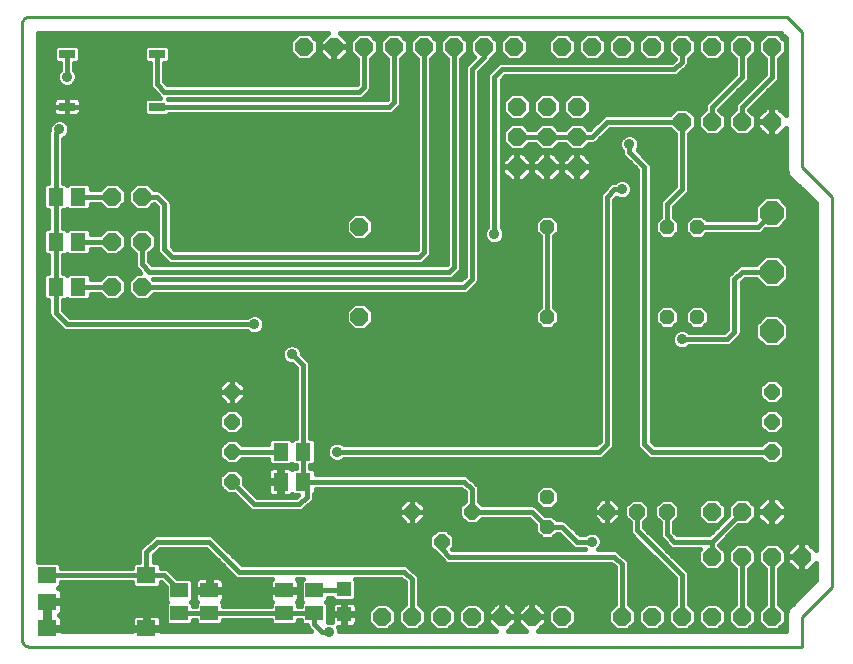
<source format=gtl>
G75*
%MOIN*%
%OFA0B0*%
%FSLAX25Y25*%
%IPPOS*%
%LPD*%
%AMOC8*
5,1,8,0,0,1.08239X$1,22.5*
%
%ADD10C,0.01000*%
%ADD11OC8,0.05937*%
%ADD12R,0.05118X0.05906*%
%ADD13OC8,0.05150*%
%ADD14R,0.06299X0.05512*%
%ADD15R,0.05906X0.05118*%
%ADD16R,0.04724X0.04724*%
%ADD17OC8,0.05200*%
%ADD18OC8,0.04756*%
%ADD19OC8,0.07800*%
%ADD20OC8,0.06000*%
%ADD21R,0.05600X0.02800*%
%ADD22C,0.01600*%
%ADD23C,0.03569*%
D10*
X0022595Y0007667D02*
X0022595Y0212667D01*
X0022597Y0212765D01*
X0022603Y0212863D01*
X0022612Y0212961D01*
X0022626Y0213058D01*
X0022643Y0213155D01*
X0022664Y0213251D01*
X0022689Y0213346D01*
X0022717Y0213440D01*
X0022750Y0213532D01*
X0022785Y0213624D01*
X0022825Y0213714D01*
X0022867Y0213802D01*
X0022914Y0213889D01*
X0022963Y0213973D01*
X0023016Y0214056D01*
X0023072Y0214136D01*
X0023132Y0214215D01*
X0023194Y0214291D01*
X0023259Y0214364D01*
X0023327Y0214435D01*
X0023398Y0214503D01*
X0023471Y0214568D01*
X0023547Y0214630D01*
X0023626Y0214690D01*
X0023706Y0214746D01*
X0023789Y0214799D01*
X0023873Y0214848D01*
X0023960Y0214895D01*
X0024048Y0214937D01*
X0024138Y0214977D01*
X0024230Y0215012D01*
X0024322Y0215045D01*
X0024416Y0215073D01*
X0024511Y0215098D01*
X0024607Y0215119D01*
X0024704Y0215136D01*
X0024801Y0215150D01*
X0024899Y0215159D01*
X0024997Y0215165D01*
X0025095Y0215167D01*
X0277595Y0215167D01*
X0282595Y0210167D01*
X0282595Y0165167D01*
X0292595Y0155167D01*
X0292595Y0025167D01*
X0282595Y0015167D01*
X0282595Y0005167D01*
X0025095Y0005167D01*
X0024997Y0005169D01*
X0024899Y0005175D01*
X0024801Y0005184D01*
X0024704Y0005198D01*
X0024607Y0005215D01*
X0024511Y0005236D01*
X0024416Y0005261D01*
X0024322Y0005289D01*
X0024230Y0005322D01*
X0024138Y0005357D01*
X0024048Y0005397D01*
X0023960Y0005439D01*
X0023873Y0005486D01*
X0023789Y0005535D01*
X0023706Y0005588D01*
X0023626Y0005644D01*
X0023547Y0005704D01*
X0023471Y0005766D01*
X0023398Y0005831D01*
X0023327Y0005899D01*
X0023259Y0005970D01*
X0023194Y0006043D01*
X0023132Y0006119D01*
X0023072Y0006198D01*
X0023016Y0006278D01*
X0022963Y0006361D01*
X0022914Y0006445D01*
X0022867Y0006532D01*
X0022825Y0006620D01*
X0022785Y0006710D01*
X0022750Y0006802D01*
X0022717Y0006894D01*
X0022689Y0006988D01*
X0022664Y0007083D01*
X0022643Y0007179D01*
X0022626Y0007276D01*
X0022612Y0007373D01*
X0022603Y0007471D01*
X0022597Y0007569D01*
X0022595Y0007667D01*
D11*
X0142595Y0015167D03*
X0152595Y0015167D03*
X0162595Y0015167D03*
X0172595Y0015167D03*
X0182595Y0015167D03*
X0192595Y0015167D03*
X0202595Y0015167D03*
X0222595Y0015167D03*
X0232595Y0015167D03*
X0242595Y0015167D03*
X0252595Y0015167D03*
X0262595Y0015167D03*
X0272595Y0015167D03*
X0135095Y0115167D03*
X0135095Y0145167D03*
X0136595Y0205167D03*
X0126595Y0205167D03*
X0116595Y0205167D03*
X0146595Y0205167D03*
X0156595Y0205167D03*
X0166595Y0205167D03*
X0176595Y0205167D03*
X0186595Y0205167D03*
X0202595Y0205167D03*
X0212595Y0205167D03*
X0222595Y0205167D03*
X0232595Y0205167D03*
X0242595Y0205167D03*
X0252595Y0205167D03*
X0262595Y0205167D03*
X0272595Y0205167D03*
X0062595Y0155167D03*
X0052595Y0155167D03*
X0052595Y0140167D03*
X0062595Y0140167D03*
X0062595Y0125167D03*
X0052595Y0125167D03*
D12*
X0041335Y0125167D03*
X0033855Y0125167D03*
X0033855Y0140167D03*
X0041335Y0140167D03*
X0041335Y0155167D03*
X0033855Y0155167D03*
X0108855Y0070167D03*
X0116335Y0070167D03*
X0116335Y0060167D03*
X0108855Y0060167D03*
D13*
X0092595Y0060167D03*
X0092595Y0070167D03*
X0092595Y0080167D03*
X0092595Y0090167D03*
X0152595Y0050167D03*
X0162595Y0040167D03*
X0172595Y0050167D03*
X0272595Y0070167D03*
X0272595Y0080167D03*
X0272595Y0090167D03*
D14*
X0064131Y0029025D03*
X0064131Y0011308D03*
X0031060Y0011308D03*
X0031060Y0020167D03*
X0031060Y0029025D03*
D15*
X0075095Y0023907D03*
X0085095Y0023907D03*
X0085095Y0016427D03*
X0075095Y0016427D03*
X0110095Y0016427D03*
X0110095Y0023907D03*
X0120095Y0023907D03*
X0120095Y0016427D03*
D16*
X0130095Y0016033D03*
X0130095Y0024301D03*
D17*
X0217595Y0050167D03*
X0227595Y0050167D03*
X0237595Y0050167D03*
D18*
X0197595Y0055167D03*
X0197595Y0045167D03*
X0197595Y0115167D03*
X0197595Y0145167D03*
X0237595Y0145167D03*
X0247595Y0145167D03*
X0247595Y0115167D03*
X0237595Y0115167D03*
D19*
X0272595Y0110467D03*
X0272595Y0130167D03*
X0272595Y0149867D03*
D20*
X0272595Y0180167D03*
X0262595Y0180167D03*
X0252595Y0180167D03*
X0242595Y0180167D03*
X0207595Y0185167D03*
X0197595Y0185167D03*
X0187595Y0185167D03*
X0187595Y0175167D03*
X0197595Y0175167D03*
X0207595Y0175167D03*
X0207595Y0165167D03*
X0197595Y0165167D03*
X0187595Y0165167D03*
X0252595Y0050167D03*
X0262595Y0050167D03*
X0272595Y0050167D03*
X0272595Y0035167D03*
X0282595Y0035167D03*
X0262595Y0035167D03*
X0252595Y0035167D03*
D21*
X0067595Y0185167D03*
X0067595Y0202667D03*
X0037595Y0202667D03*
X0037595Y0185167D03*
D22*
X0037595Y0188367D01*
X0034558Y0188367D01*
X0034100Y0188244D01*
X0033690Y0188007D01*
X0033355Y0187672D01*
X0033118Y0187261D01*
X0032995Y0186804D01*
X0032995Y0185167D01*
X0037595Y0185167D01*
X0037595Y0185167D01*
X0037595Y0188367D01*
X0040632Y0188367D01*
X0041090Y0188244D01*
X0041500Y0188007D01*
X0041835Y0187672D01*
X0042072Y0187261D01*
X0042195Y0186804D01*
X0042195Y0185167D01*
X0037595Y0185167D01*
X0037595Y0185167D01*
X0037595Y0185167D01*
X0032995Y0185167D01*
X0032995Y0183530D01*
X0033118Y0183072D01*
X0033355Y0182661D01*
X0033690Y0182326D01*
X0034100Y0182089D01*
X0034558Y0181967D01*
X0037595Y0181967D01*
X0037595Y0185167D01*
X0042195Y0185167D01*
X0042195Y0183530D01*
X0042072Y0183072D01*
X0041835Y0182661D01*
X0041500Y0182326D01*
X0041090Y0182089D01*
X0040632Y0181967D01*
X0037595Y0181967D01*
X0037595Y0185167D01*
X0037595Y0185167D01*
X0037595Y0185798D02*
X0037595Y0185798D01*
X0037595Y0184200D02*
X0037595Y0184200D01*
X0037595Y0182601D02*
X0037595Y0182601D01*
X0037012Y0180536D02*
X0035768Y0181051D01*
X0034422Y0181051D01*
X0033178Y0180536D01*
X0032226Y0179584D01*
X0031711Y0178340D01*
X0031711Y0177522D01*
X0031455Y0176904D01*
X0031455Y0159719D01*
X0030633Y0159719D01*
X0029696Y0158782D01*
X0029696Y0151551D01*
X0030633Y0150614D01*
X0031455Y0150614D01*
X0031455Y0144719D01*
X0030633Y0144719D01*
X0029696Y0143782D01*
X0029696Y0136551D01*
X0030633Y0135614D01*
X0031455Y0135614D01*
X0031455Y0129719D01*
X0030633Y0129719D01*
X0029696Y0128782D01*
X0029696Y0121551D01*
X0030633Y0120614D01*
X0031455Y0120614D01*
X0031455Y0115929D01*
X0031820Y0115047D01*
X0035561Y0111307D01*
X0036236Y0110632D01*
X0037118Y0110267D01*
X0097709Y0110267D01*
X0098178Y0109798D01*
X0099422Y0109282D01*
X0100768Y0109282D01*
X0102012Y0109798D01*
X0102964Y0110750D01*
X0103479Y0111993D01*
X0103479Y0113340D01*
X0102964Y0114584D01*
X0102012Y0115536D01*
X0100768Y0116051D01*
X0099422Y0116051D01*
X0098178Y0115536D01*
X0097709Y0115067D01*
X0038589Y0115067D01*
X0036255Y0117401D01*
X0036255Y0120614D01*
X0037077Y0120614D01*
X0037595Y0121132D01*
X0038113Y0120614D01*
X0044557Y0120614D01*
X0045494Y0121551D01*
X0045494Y0122767D01*
X0048534Y0122767D01*
X0050703Y0120598D01*
X0054487Y0120598D01*
X0057164Y0123274D01*
X0057164Y0127059D01*
X0054487Y0129735D01*
X0050703Y0129735D01*
X0048534Y0127567D01*
X0045494Y0127567D01*
X0045494Y0128782D01*
X0044557Y0129719D01*
X0038113Y0129719D01*
X0037595Y0129201D01*
X0037077Y0129719D01*
X0036255Y0129719D01*
X0036255Y0135614D01*
X0037077Y0135614D01*
X0037595Y0136132D01*
X0038113Y0135614D01*
X0044557Y0135614D01*
X0045494Y0136551D01*
X0045494Y0137767D01*
X0048534Y0137767D01*
X0050703Y0135598D01*
X0054487Y0135598D01*
X0057164Y0138274D01*
X0057164Y0142059D01*
X0054487Y0144735D01*
X0050703Y0144735D01*
X0048534Y0142567D01*
X0045494Y0142567D01*
X0045494Y0143782D01*
X0044557Y0144719D01*
X0038113Y0144719D01*
X0037595Y0144201D01*
X0037077Y0144719D01*
X0036255Y0144719D01*
X0036255Y0150614D01*
X0037077Y0150614D01*
X0037595Y0151132D01*
X0038113Y0150614D01*
X0044557Y0150614D01*
X0045494Y0151551D01*
X0045494Y0152767D01*
X0048534Y0152767D01*
X0050703Y0150598D01*
X0054487Y0150598D01*
X0057164Y0153274D01*
X0057164Y0157059D01*
X0054487Y0159735D01*
X0050703Y0159735D01*
X0048534Y0157567D01*
X0045494Y0157567D01*
X0045494Y0158782D01*
X0044557Y0159719D01*
X0038113Y0159719D01*
X0037595Y0159201D01*
X0037077Y0159719D01*
X0036255Y0159719D01*
X0036255Y0174484D01*
X0037012Y0174798D01*
X0037964Y0175750D01*
X0038479Y0176993D01*
X0038479Y0178340D01*
X0037964Y0179584D01*
X0037012Y0180536D01*
X0035884Y0181003D02*
X0154195Y0181003D01*
X0154195Y0182601D02*
X0071493Y0182601D01*
X0071658Y0182767D02*
X0071058Y0182167D01*
X0064132Y0182167D01*
X0063195Y0183104D01*
X0063195Y0187229D01*
X0064132Y0188167D01*
X0068701Y0188167D01*
X0066236Y0190632D01*
X0065561Y0191307D01*
X0065195Y0192189D01*
X0065195Y0199667D01*
X0064132Y0199667D01*
X0063195Y0200604D01*
X0063195Y0204729D01*
X0064132Y0205667D01*
X0071058Y0205667D01*
X0071995Y0204729D01*
X0071995Y0200604D01*
X0071058Y0199667D01*
X0069995Y0199667D01*
X0069995Y0193661D01*
X0071089Y0192567D01*
X0134101Y0192567D01*
X0134195Y0192661D01*
X0134195Y0201106D01*
X0132027Y0203274D01*
X0132027Y0207059D01*
X0134703Y0209735D01*
X0138487Y0209735D01*
X0141164Y0207059D01*
X0141164Y0203274D01*
X0138995Y0201106D01*
X0138995Y0191189D01*
X0138630Y0190307D01*
X0137130Y0188807D01*
X0136455Y0188132D01*
X0135573Y0187767D01*
X0071458Y0187767D01*
X0071658Y0187567D01*
X0144101Y0187567D01*
X0144195Y0187661D01*
X0144195Y0201106D01*
X0142027Y0203274D01*
X0142027Y0207059D01*
X0144703Y0209735D01*
X0148487Y0209735D01*
X0151164Y0207059D01*
X0151164Y0203274D01*
X0148995Y0201106D01*
X0148995Y0186189D01*
X0148630Y0185307D01*
X0147130Y0183807D01*
X0146455Y0183132D01*
X0145573Y0182767D01*
X0071658Y0182767D01*
X0067595Y0185167D02*
X0145095Y0185167D01*
X0146595Y0186667D01*
X0146595Y0205167D01*
X0151164Y0204981D02*
X0152027Y0204981D01*
X0152027Y0206579D02*
X0151164Y0206579D01*
X0152027Y0207059D02*
X0152027Y0203274D01*
X0154195Y0201106D01*
X0154195Y0137661D01*
X0154101Y0137567D01*
X0073589Y0137567D01*
X0072495Y0138661D01*
X0072495Y0153144D01*
X0072130Y0154026D01*
X0069630Y0156526D01*
X0068955Y0157201D01*
X0068073Y0157567D01*
X0066656Y0157567D01*
X0064487Y0159735D01*
X0060703Y0159735D01*
X0058027Y0157059D01*
X0058027Y0153274D01*
X0060703Y0150598D01*
X0064487Y0150598D01*
X0066628Y0152739D01*
X0067695Y0151673D01*
X0067695Y0137189D01*
X0068061Y0136307D01*
X0068736Y0135632D01*
X0071236Y0133132D01*
X0072118Y0132767D01*
X0155573Y0132767D01*
X0156455Y0133132D01*
X0157130Y0133807D01*
X0158630Y0135307D01*
X0158995Y0136189D01*
X0158995Y0201106D01*
X0161164Y0203274D01*
X0161164Y0207059D01*
X0158487Y0209735D01*
X0154703Y0209735D01*
X0152027Y0207059D01*
X0153145Y0208178D02*
X0150045Y0208178D01*
X0151164Y0203382D02*
X0152027Y0203382D01*
X0153517Y0201784D02*
X0149673Y0201784D01*
X0148995Y0200185D02*
X0154195Y0200185D01*
X0154195Y0198587D02*
X0148995Y0198587D01*
X0148995Y0196988D02*
X0154195Y0196988D01*
X0154195Y0195390D02*
X0148995Y0195390D01*
X0148995Y0193791D02*
X0154195Y0193791D01*
X0154195Y0192192D02*
X0148995Y0192192D01*
X0148995Y0190594D02*
X0154195Y0190594D01*
X0154195Y0188995D02*
X0148995Y0188995D01*
X0148995Y0187397D02*
X0154195Y0187397D01*
X0154195Y0185798D02*
X0148833Y0185798D01*
X0147523Y0184200D02*
X0154195Y0184200D01*
X0154195Y0179404D02*
X0038038Y0179404D01*
X0038479Y0177806D02*
X0154195Y0177806D01*
X0154195Y0176207D02*
X0038154Y0176207D01*
X0036556Y0174609D02*
X0154195Y0174609D01*
X0154195Y0173010D02*
X0036255Y0173010D01*
X0036255Y0171412D02*
X0154195Y0171412D01*
X0154195Y0169813D02*
X0036255Y0169813D01*
X0036255Y0168215D02*
X0154195Y0168215D01*
X0154195Y0166616D02*
X0036255Y0166616D01*
X0036255Y0165018D02*
X0154195Y0165018D01*
X0154195Y0163419D02*
X0036255Y0163419D01*
X0036255Y0161821D02*
X0154195Y0161821D01*
X0154195Y0160222D02*
X0036255Y0160222D01*
X0031455Y0160222D02*
X0027895Y0160222D01*
X0027895Y0158624D02*
X0029696Y0158624D01*
X0029696Y0157025D02*
X0027895Y0157025D01*
X0027895Y0155427D02*
X0029696Y0155427D01*
X0029696Y0153828D02*
X0027895Y0153828D01*
X0027895Y0152230D02*
X0029696Y0152230D01*
X0030616Y0150631D02*
X0027895Y0150631D01*
X0027895Y0149033D02*
X0031455Y0149033D01*
X0031455Y0147434D02*
X0027895Y0147434D01*
X0027895Y0145836D02*
X0031455Y0145836D01*
X0030151Y0144237D02*
X0027895Y0144237D01*
X0027895Y0142639D02*
X0029696Y0142639D01*
X0029696Y0141040D02*
X0027895Y0141040D01*
X0027895Y0139442D02*
X0029696Y0139442D01*
X0029696Y0137843D02*
X0027895Y0137843D01*
X0027895Y0136245D02*
X0030002Y0136245D01*
X0031455Y0134646D02*
X0027895Y0134646D01*
X0027895Y0133048D02*
X0031455Y0133048D01*
X0031455Y0131449D02*
X0027895Y0131449D01*
X0027895Y0129851D02*
X0031455Y0129851D01*
X0029696Y0128252D02*
X0027895Y0128252D01*
X0027895Y0126654D02*
X0029696Y0126654D01*
X0029696Y0125055D02*
X0027895Y0125055D01*
X0027895Y0123456D02*
X0029696Y0123456D01*
X0029696Y0121858D02*
X0027895Y0121858D01*
X0027895Y0120259D02*
X0031455Y0120259D01*
X0031455Y0118661D02*
X0027895Y0118661D01*
X0027895Y0117062D02*
X0031455Y0117062D01*
X0031648Y0115464D02*
X0027895Y0115464D01*
X0027895Y0113865D02*
X0033002Y0113865D01*
X0034601Y0112267D02*
X0027895Y0112267D01*
X0027895Y0110668D02*
X0036199Y0110668D01*
X0037595Y0112667D02*
X0100095Y0112667D01*
X0103262Y0113865D02*
X0130527Y0113865D01*
X0130527Y0113274D02*
X0133203Y0110598D01*
X0136987Y0110598D01*
X0139664Y0113274D01*
X0139664Y0117059D01*
X0136987Y0119735D01*
X0133203Y0119735D01*
X0130527Y0117059D01*
X0130527Y0113274D01*
X0131534Y0112267D02*
X0103479Y0112267D01*
X0102883Y0110668D02*
X0133133Y0110668D01*
X0137058Y0110668D02*
X0215195Y0110668D01*
X0215195Y0109070D02*
X0027895Y0109070D01*
X0027895Y0107471D02*
X0215195Y0107471D01*
X0215195Y0105873D02*
X0113698Y0105873D01*
X0113268Y0106051D02*
X0114512Y0105536D01*
X0115464Y0104584D01*
X0115979Y0103340D01*
X0115979Y0102677D01*
X0118370Y0100286D01*
X0118735Y0099404D01*
X0118735Y0074719D01*
X0119557Y0074719D01*
X0120494Y0073782D01*
X0120494Y0066551D01*
X0119557Y0065614D01*
X0118735Y0065614D01*
X0118735Y0064719D01*
X0119557Y0064719D01*
X0120494Y0063782D01*
X0120494Y0062567D01*
X0170573Y0062567D01*
X0171455Y0062201D01*
X0173955Y0059701D01*
X0174630Y0059026D01*
X0174995Y0058144D01*
X0174995Y0053671D01*
X0176099Y0052567D01*
X0193073Y0052567D01*
X0193955Y0052201D01*
X0197011Y0049145D01*
X0199243Y0049145D01*
X0200821Y0047567D01*
X0203073Y0047567D01*
X0203955Y0047201D01*
X0208589Y0042567D01*
X0210209Y0042567D01*
X0210678Y0043036D01*
X0211922Y0043551D01*
X0213268Y0043551D01*
X0214512Y0043036D01*
X0215464Y0042084D01*
X0215979Y0040840D01*
X0215979Y0039493D01*
X0215464Y0038250D01*
X0214781Y0037567D01*
X0220573Y0037567D01*
X0221455Y0037201D01*
X0222130Y0036526D01*
X0224630Y0034026D01*
X0224995Y0033144D01*
X0224995Y0019227D01*
X0227164Y0017059D01*
X0227164Y0013274D01*
X0224487Y0010598D01*
X0220703Y0010598D01*
X0218027Y0013274D01*
X0218027Y0017059D01*
X0220195Y0019227D01*
X0220195Y0031673D01*
X0219101Y0032767D01*
X0164618Y0032767D01*
X0163736Y0033132D01*
X0161236Y0035632D01*
X0160876Y0035992D01*
X0160866Y0035992D01*
X0158420Y0038437D01*
X0158420Y0041896D01*
X0160866Y0044341D01*
X0164324Y0044341D01*
X0166770Y0041896D01*
X0166770Y0038437D01*
X0165994Y0037662D01*
X0166089Y0037567D01*
X0210409Y0037567D01*
X0210209Y0037767D01*
X0207118Y0037767D01*
X0206236Y0038132D01*
X0205561Y0038807D01*
X0201601Y0042767D01*
X0200821Y0042767D01*
X0199243Y0041189D01*
X0195947Y0041189D01*
X0193617Y0043519D01*
X0193617Y0045750D01*
X0191601Y0047767D01*
X0176099Y0047767D01*
X0174324Y0045992D01*
X0170866Y0045992D01*
X0168420Y0048437D01*
X0168420Y0051896D01*
X0170195Y0053671D01*
X0170195Y0056673D01*
X0169101Y0057767D01*
X0120494Y0057767D01*
X0120494Y0056551D01*
X0119995Y0056052D01*
X0119995Y0054689D01*
X0119630Y0053807D01*
X0117130Y0051307D01*
X0116455Y0050632D01*
X0115573Y0050267D01*
X0099618Y0050267D01*
X0098736Y0050632D01*
X0096236Y0053132D01*
X0096236Y0053132D01*
X0093376Y0055992D01*
X0090866Y0055992D01*
X0088420Y0058437D01*
X0088420Y0061896D01*
X0090866Y0064341D01*
X0094324Y0064341D01*
X0096770Y0061896D01*
X0096770Y0059386D01*
X0099630Y0056526D01*
X0099630Y0056526D01*
X0101089Y0055067D01*
X0114101Y0055067D01*
X0114648Y0055614D01*
X0113113Y0055614D01*
X0112737Y0055991D01*
X0112519Y0055774D01*
X0112109Y0055537D01*
X0111651Y0055414D01*
X0109335Y0055414D01*
X0109335Y0059687D01*
X0108375Y0059687D01*
X0104496Y0059687D01*
X0104496Y0056977D01*
X0104619Y0056519D01*
X0104856Y0056109D01*
X0105191Y0055774D01*
X0105601Y0055537D01*
X0106059Y0055414D01*
X0108375Y0055414D01*
X0108375Y0059687D01*
X0108375Y0060646D01*
X0104496Y0060646D01*
X0104496Y0063356D01*
X0104619Y0063814D01*
X0104856Y0064225D01*
X0105191Y0064560D01*
X0105601Y0064797D01*
X0106059Y0064919D01*
X0108375Y0064919D01*
X0108375Y0060646D01*
X0109335Y0060646D01*
X0109335Y0064919D01*
X0111651Y0064919D01*
X0112109Y0064797D01*
X0112519Y0064560D01*
X0112737Y0064342D01*
X0113113Y0064719D01*
X0113935Y0064719D01*
X0113935Y0065614D01*
X0113113Y0065614D01*
X0112595Y0066132D01*
X0112077Y0065614D01*
X0105633Y0065614D01*
X0104696Y0066551D01*
X0104696Y0067767D01*
X0096099Y0067767D01*
X0094324Y0065992D01*
X0090866Y0065992D01*
X0088420Y0068437D01*
X0088420Y0071896D01*
X0090866Y0074341D01*
X0094324Y0074341D01*
X0096099Y0072567D01*
X0104696Y0072567D01*
X0104696Y0073782D01*
X0105633Y0074719D01*
X0112077Y0074719D01*
X0112595Y0074201D01*
X0113113Y0074719D01*
X0113935Y0074719D01*
X0113935Y0097932D01*
X0112585Y0099282D01*
X0111922Y0099282D01*
X0110678Y0099798D01*
X0109726Y0100750D01*
X0109211Y0101993D01*
X0109211Y0103340D01*
X0109726Y0104584D01*
X0110678Y0105536D01*
X0111922Y0106051D01*
X0113268Y0106051D01*
X0111492Y0105873D02*
X0027895Y0105873D01*
X0027895Y0104274D02*
X0109598Y0104274D01*
X0109211Y0102676D02*
X0027895Y0102676D01*
X0027895Y0101077D02*
X0109590Y0101077D01*
X0111448Y0099479D02*
X0027895Y0099479D01*
X0027895Y0097880D02*
X0113935Y0097880D01*
X0113935Y0096282D02*
X0027895Y0096282D01*
X0027895Y0094683D02*
X0113935Y0094683D01*
X0113935Y0093085D02*
X0095864Y0093085D01*
X0096970Y0091979D02*
X0094407Y0094541D01*
X0092595Y0094541D01*
X0090783Y0094541D01*
X0088220Y0091979D01*
X0088220Y0090167D01*
X0092595Y0090167D01*
X0092595Y0094541D01*
X0092595Y0090167D01*
X0092595Y0090167D01*
X0092595Y0090167D01*
X0096970Y0090167D01*
X0096970Y0091979D01*
X0096970Y0091486D02*
X0113935Y0091486D01*
X0113935Y0089888D02*
X0096970Y0089888D01*
X0096970Y0090167D02*
X0092595Y0090167D01*
X0092595Y0090167D01*
X0088220Y0090167D01*
X0088220Y0088355D01*
X0090783Y0085792D01*
X0092595Y0085792D01*
X0092595Y0090167D01*
X0092595Y0090167D01*
X0092595Y0085792D01*
X0094407Y0085792D01*
X0096970Y0088355D01*
X0096970Y0090167D01*
X0096905Y0088289D02*
X0113935Y0088289D01*
X0113935Y0086691D02*
X0095306Y0086691D01*
X0094324Y0084341D02*
X0090866Y0084341D01*
X0088420Y0081896D01*
X0088420Y0078437D01*
X0090866Y0075992D01*
X0094324Y0075992D01*
X0096770Y0078437D01*
X0096770Y0081896D01*
X0094324Y0084341D01*
X0095172Y0083494D02*
X0113935Y0083494D01*
X0113935Y0085092D02*
X0027895Y0085092D01*
X0027895Y0083494D02*
X0090018Y0083494D01*
X0088420Y0081895D02*
X0027895Y0081895D01*
X0027895Y0080297D02*
X0088420Y0080297D01*
X0088420Y0078698D02*
X0027895Y0078698D01*
X0027895Y0077100D02*
X0089758Y0077100D01*
X0090427Y0073903D02*
X0027895Y0073903D01*
X0027895Y0075501D02*
X0113935Y0075501D01*
X0113935Y0077100D02*
X0095432Y0077100D01*
X0096770Y0078698D02*
X0113935Y0078698D01*
X0113935Y0080297D02*
X0096770Y0080297D01*
X0096770Y0081895D02*
X0113935Y0081895D01*
X0118735Y0081895D02*
X0215195Y0081895D01*
X0215195Y0080297D02*
X0118735Y0080297D01*
X0118735Y0078698D02*
X0215195Y0078698D01*
X0215195Y0077100D02*
X0118735Y0077100D01*
X0118735Y0075501D02*
X0215195Y0075501D01*
X0215195Y0073903D02*
X0120374Y0073903D01*
X0120494Y0072304D02*
X0124947Y0072304D01*
X0124726Y0072084D02*
X0124211Y0070840D01*
X0124211Y0069493D01*
X0124726Y0068250D01*
X0125678Y0067298D01*
X0126922Y0066782D01*
X0128268Y0066782D01*
X0129512Y0067298D01*
X0129981Y0067767D01*
X0215573Y0067767D01*
X0216455Y0068132D01*
X0217130Y0068807D01*
X0219630Y0071307D01*
X0219995Y0072189D01*
X0219995Y0154173D01*
X0220649Y0154827D01*
X0220678Y0154798D01*
X0221922Y0154282D01*
X0223268Y0154282D01*
X0224512Y0154798D01*
X0225464Y0155750D01*
X0225979Y0156993D01*
X0225979Y0158340D01*
X0225464Y0159584D01*
X0224512Y0160536D01*
X0223268Y0161051D01*
X0221922Y0161051D01*
X0220678Y0160536D01*
X0220209Y0160067D01*
X0219618Y0160067D01*
X0218736Y0159701D01*
X0216236Y0157201D01*
X0215561Y0156526D01*
X0215195Y0155644D01*
X0215195Y0073661D01*
X0214101Y0072567D01*
X0129981Y0072567D01*
X0129512Y0073036D01*
X0128268Y0073551D01*
X0126922Y0073551D01*
X0125678Y0073036D01*
X0124726Y0072084D01*
X0124211Y0070706D02*
X0120494Y0070706D01*
X0120494Y0069107D02*
X0124371Y0069107D01*
X0125467Y0067509D02*
X0120494Y0067509D01*
X0119853Y0065910D02*
X0287295Y0065910D01*
X0287295Y0064312D02*
X0119965Y0064312D01*
X0120494Y0062713D02*
X0287295Y0062713D01*
X0287295Y0061115D02*
X0172541Y0061115D01*
X0174140Y0059516D02*
X0287295Y0059516D01*
X0287295Y0057918D02*
X0200470Y0057918D01*
X0201573Y0056814D02*
X0199243Y0059145D01*
X0195947Y0059145D01*
X0193617Y0056814D01*
X0193617Y0053519D01*
X0195947Y0051189D01*
X0199243Y0051189D01*
X0201573Y0053519D01*
X0201573Y0056814D01*
X0201573Y0056319D02*
X0287295Y0056319D01*
X0287295Y0054721D02*
X0274829Y0054721D01*
X0274583Y0054967D02*
X0272795Y0054967D01*
X0272795Y0050367D01*
X0272395Y0050367D01*
X0272395Y0054967D01*
X0270607Y0054967D01*
X0267795Y0052155D01*
X0267795Y0050367D01*
X0272395Y0050367D01*
X0272395Y0049967D01*
X0267795Y0049967D01*
X0267795Y0048178D01*
X0270607Y0045367D01*
X0272395Y0045367D01*
X0272395Y0049967D01*
X0272795Y0049967D01*
X0272795Y0050367D01*
X0277395Y0050367D01*
X0277395Y0052155D01*
X0274583Y0054967D01*
X0272795Y0054721D02*
X0272395Y0054721D01*
X0272395Y0053122D02*
X0272795Y0053122D01*
X0272795Y0051523D02*
X0272395Y0051523D01*
X0272595Y0050167D02*
X0280095Y0050167D01*
X0282595Y0047667D01*
X0282595Y0035167D01*
X0282395Y0035367D02*
X0282395Y0034967D01*
X0277795Y0034967D01*
X0277795Y0033178D01*
X0280607Y0030367D01*
X0282395Y0030367D01*
X0282395Y0034967D01*
X0282795Y0034967D01*
X0282795Y0030367D01*
X0284583Y0030367D01*
X0287295Y0033078D01*
X0287295Y0027362D01*
X0279593Y0019660D01*
X0278102Y0018169D01*
X0277295Y0016221D01*
X0277295Y0010467D01*
X0194639Y0010467D01*
X0197364Y0013191D01*
X0197364Y0014982D01*
X0192779Y0014982D01*
X0192779Y0015351D01*
X0192411Y0015351D01*
X0192411Y0019935D01*
X0190620Y0019935D01*
X0187827Y0017142D01*
X0187827Y0015351D01*
X0192411Y0015351D01*
X0192411Y0014982D01*
X0187827Y0014982D01*
X0187827Y0013191D01*
X0190551Y0010467D01*
X0184639Y0010467D01*
X0187364Y0013191D01*
X0187364Y0014982D01*
X0182779Y0014982D01*
X0182779Y0015351D01*
X0182411Y0015351D01*
X0182411Y0019935D01*
X0180620Y0019935D01*
X0177827Y0017142D01*
X0177827Y0015351D01*
X0182411Y0015351D01*
X0182411Y0014982D01*
X0177827Y0014982D01*
X0177827Y0013191D01*
X0180551Y0010467D01*
X0128479Y0010467D01*
X0128479Y0010840D01*
X0128052Y0011871D01*
X0129714Y0011871D01*
X0129714Y0015652D01*
X0125933Y0015652D01*
X0125933Y0013483D01*
X0125768Y0013551D01*
X0124648Y0013551D01*
X0124648Y0019648D01*
X0124130Y0020167D01*
X0124648Y0020685D01*
X0124648Y0021507D01*
X0126133Y0021507D01*
X0126133Y0021276D01*
X0127070Y0020338D01*
X0133120Y0020338D01*
X0134057Y0021276D01*
X0134057Y0027325D01*
X0133616Y0027767D01*
X0149101Y0027767D01*
X0150195Y0026673D01*
X0150195Y0019227D01*
X0148027Y0017059D01*
X0148027Y0013274D01*
X0150703Y0010598D01*
X0154487Y0010598D01*
X0157164Y0013274D01*
X0157164Y0017059D01*
X0154995Y0019227D01*
X0154995Y0028144D01*
X0154630Y0029026D01*
X0152130Y0031526D01*
X0151455Y0032201D01*
X0150573Y0032567D01*
X0096089Y0032567D01*
X0087130Y0041526D01*
X0086455Y0042201D01*
X0085573Y0042567D01*
X0067118Y0042567D01*
X0066236Y0042201D01*
X0062096Y0038062D01*
X0061731Y0037179D01*
X0061731Y0033381D01*
X0060318Y0033381D01*
X0059381Y0032444D01*
X0059381Y0031425D01*
X0035809Y0031425D01*
X0035809Y0032444D01*
X0034872Y0033381D01*
X0027895Y0033381D01*
X0027895Y0209867D01*
X0124551Y0209867D01*
X0121827Y0207142D01*
X0121827Y0205351D01*
X0126411Y0205351D01*
X0126411Y0204982D01*
X0126779Y0204982D01*
X0126779Y0200398D01*
X0128570Y0200398D01*
X0131364Y0203191D01*
X0131364Y0204982D01*
X0126779Y0204982D01*
X0126779Y0205351D01*
X0131364Y0205351D01*
X0131364Y0207142D01*
X0128639Y0209867D01*
X0275400Y0209867D01*
X0277295Y0207971D01*
X0277295Y0182255D01*
X0274583Y0184967D01*
X0272795Y0184967D01*
X0272795Y0180367D01*
X0272395Y0180367D01*
X0272395Y0184967D01*
X0270607Y0184967D01*
X0267795Y0182155D01*
X0267795Y0180367D01*
X0272395Y0180367D01*
X0272395Y0179967D01*
X0267795Y0179967D01*
X0267795Y0178178D01*
X0270607Y0175367D01*
X0272395Y0175367D01*
X0272395Y0179967D01*
X0272795Y0179967D01*
X0272795Y0175367D01*
X0274583Y0175367D01*
X0277295Y0178078D01*
X0277295Y0164112D01*
X0278102Y0162164D01*
X0287295Y0152971D01*
X0287295Y0037255D01*
X0284583Y0039967D01*
X0282795Y0039967D01*
X0282795Y0035367D01*
X0282395Y0035367D01*
X0282395Y0039967D01*
X0280607Y0039967D01*
X0277795Y0037155D01*
X0277795Y0035367D01*
X0282395Y0035367D01*
X0282395Y0035538D02*
X0282795Y0035538D01*
X0282795Y0033940D02*
X0282395Y0033940D01*
X0282395Y0032341D02*
X0282795Y0032341D01*
X0282795Y0030743D02*
X0282395Y0030743D01*
X0280231Y0030743D02*
X0274995Y0030743D01*
X0274995Y0031061D02*
X0277195Y0033261D01*
X0277195Y0037072D01*
X0274501Y0039767D01*
X0270690Y0039767D01*
X0267995Y0037072D01*
X0267995Y0033261D01*
X0270195Y0031061D01*
X0270195Y0019227D01*
X0268027Y0017059D01*
X0268027Y0013274D01*
X0270703Y0010598D01*
X0274487Y0010598D01*
X0277164Y0013274D01*
X0277164Y0017059D01*
X0274995Y0019227D01*
X0274995Y0031061D01*
X0276275Y0032341D02*
X0278632Y0032341D01*
X0277795Y0033940D02*
X0277195Y0033940D01*
X0277195Y0035538D02*
X0277795Y0035538D01*
X0277795Y0037137D02*
X0277130Y0037137D01*
X0275532Y0038735D02*
X0279376Y0038735D01*
X0282395Y0038735D02*
X0282795Y0038735D01*
X0282795Y0037137D02*
X0282395Y0037137D01*
X0285815Y0038735D02*
X0287295Y0038735D01*
X0287295Y0040334D02*
X0256156Y0040334D01*
X0255045Y0039222D02*
X0261389Y0045567D01*
X0264501Y0045567D01*
X0267195Y0048261D01*
X0267195Y0052072D01*
X0264501Y0054767D01*
X0260690Y0054767D01*
X0257995Y0052072D01*
X0257995Y0048961D01*
X0251601Y0042567D01*
X0241089Y0042567D01*
X0239995Y0043661D01*
X0239995Y0046627D01*
X0241795Y0048427D01*
X0241795Y0051906D01*
X0239335Y0054367D01*
X0235855Y0054367D01*
X0233395Y0051906D01*
X0233395Y0048427D01*
X0235195Y0046627D01*
X0235195Y0042189D01*
X0235561Y0041307D01*
X0236236Y0040632D01*
X0238736Y0038132D01*
X0239618Y0037767D01*
X0248690Y0037767D01*
X0247995Y0037072D01*
X0247995Y0033261D01*
X0250690Y0030567D01*
X0254501Y0030567D01*
X0257195Y0033261D01*
X0257195Y0037072D01*
X0255045Y0039222D01*
X0255532Y0038735D02*
X0259659Y0038735D01*
X0260690Y0039767D02*
X0257995Y0037072D01*
X0257995Y0033261D01*
X0260195Y0031061D01*
X0260195Y0019227D01*
X0258027Y0017059D01*
X0258027Y0013274D01*
X0260703Y0010598D01*
X0264487Y0010598D01*
X0267164Y0013274D01*
X0267164Y0017059D01*
X0264995Y0019227D01*
X0264995Y0031061D01*
X0267195Y0033261D01*
X0267195Y0037072D01*
X0264501Y0039767D01*
X0260690Y0039767D01*
X0257755Y0041932D02*
X0287295Y0041932D01*
X0287295Y0043531D02*
X0259354Y0043531D01*
X0260952Y0045129D02*
X0287295Y0045129D01*
X0287295Y0046728D02*
X0275945Y0046728D01*
X0274583Y0045367D02*
X0277395Y0048178D01*
X0277395Y0049967D01*
X0272795Y0049967D01*
X0272795Y0045367D01*
X0274583Y0045367D01*
X0272795Y0046728D02*
X0272395Y0046728D01*
X0272395Y0048326D02*
X0272795Y0048326D01*
X0272795Y0049925D02*
X0272395Y0049925D01*
X0269246Y0046728D02*
X0265662Y0046728D01*
X0267195Y0048326D02*
X0267795Y0048326D01*
X0267795Y0049925D02*
X0267195Y0049925D01*
X0267195Y0051523D02*
X0267795Y0051523D01*
X0268762Y0053122D02*
X0266145Y0053122D01*
X0264547Y0054721D02*
X0270361Y0054721D01*
X0276428Y0053122D02*
X0287295Y0053122D01*
X0287295Y0051523D02*
X0277395Y0051523D01*
X0277395Y0049925D02*
X0287295Y0049925D01*
X0287295Y0048326D02*
X0277395Y0048326D01*
X0269659Y0038735D02*
X0265532Y0038735D01*
X0267130Y0037137D02*
X0268060Y0037137D01*
X0267995Y0035538D02*
X0267195Y0035538D01*
X0267195Y0033940D02*
X0267995Y0033940D01*
X0268915Y0032341D02*
X0266275Y0032341D01*
X0264995Y0030743D02*
X0270195Y0030743D01*
X0270195Y0029144D02*
X0264995Y0029144D01*
X0264995Y0027546D02*
X0270195Y0027546D01*
X0270195Y0025947D02*
X0264995Y0025947D01*
X0264995Y0024349D02*
X0270195Y0024349D01*
X0270195Y0022750D02*
X0264995Y0022750D01*
X0264995Y0021152D02*
X0270195Y0021152D01*
X0270195Y0019553D02*
X0264995Y0019553D01*
X0266268Y0017955D02*
X0268922Y0017955D01*
X0268027Y0016356D02*
X0267164Y0016356D01*
X0267164Y0014758D02*
X0268027Y0014758D01*
X0268142Y0013159D02*
X0267049Y0013159D01*
X0265450Y0011561D02*
X0269740Y0011561D01*
X0272595Y0015167D02*
X0272595Y0035167D01*
X0274995Y0029144D02*
X0287295Y0029144D01*
X0287295Y0027546D02*
X0274995Y0027546D01*
X0274995Y0025947D02*
X0285880Y0025947D01*
X0284282Y0024349D02*
X0274995Y0024349D01*
X0274995Y0022750D02*
X0282683Y0022750D01*
X0281085Y0021152D02*
X0274995Y0021152D01*
X0274995Y0019553D02*
X0279486Y0019553D01*
X0278013Y0017955D02*
X0276268Y0017955D01*
X0277164Y0016356D02*
X0277351Y0016356D01*
X0277295Y0014758D02*
X0277164Y0014758D01*
X0277049Y0013159D02*
X0277295Y0013159D01*
X0277295Y0011561D02*
X0275450Y0011561D01*
X0262595Y0015167D02*
X0262595Y0035167D01*
X0257995Y0035538D02*
X0257195Y0035538D01*
X0257195Y0033940D02*
X0257995Y0033940D01*
X0258915Y0032341D02*
X0256275Y0032341D01*
X0254677Y0030743D02*
X0260195Y0030743D01*
X0260195Y0029144D02*
X0244995Y0029144D01*
X0244995Y0029394D02*
X0244630Y0030276D01*
X0229995Y0044911D01*
X0229995Y0046627D01*
X0231795Y0048427D01*
X0231795Y0051906D01*
X0229335Y0054367D01*
X0225855Y0054367D01*
X0223395Y0051906D01*
X0223395Y0048427D01*
X0225195Y0046627D01*
X0225195Y0043439D01*
X0225561Y0042557D01*
X0226236Y0041882D01*
X0240195Y0027923D01*
X0240195Y0019227D01*
X0238027Y0017059D01*
X0238027Y0013274D01*
X0240703Y0010598D01*
X0244487Y0010598D01*
X0247164Y0013274D01*
X0247164Y0017059D01*
X0244995Y0019227D01*
X0244995Y0029394D01*
X0244163Y0030743D02*
X0250514Y0030743D01*
X0248915Y0032341D02*
X0242565Y0032341D01*
X0240966Y0033940D02*
X0247995Y0033940D01*
X0247995Y0035538D02*
X0239368Y0035538D01*
X0237769Y0037137D02*
X0248060Y0037137D01*
X0252595Y0035167D02*
X0252595Y0040167D01*
X0240095Y0040167D01*
X0237595Y0042667D01*
X0237595Y0050167D01*
X0234611Y0053122D02*
X0230579Y0053122D01*
X0231795Y0051523D02*
X0233395Y0051523D01*
X0233395Y0049925D02*
X0231795Y0049925D01*
X0231695Y0048326D02*
X0233496Y0048326D01*
X0235094Y0046728D02*
X0230096Y0046728D01*
X0229995Y0045129D02*
X0235195Y0045129D01*
X0235195Y0043531D02*
X0231375Y0043531D01*
X0232973Y0041932D02*
X0235302Y0041932D01*
X0234572Y0040334D02*
X0236534Y0040334D01*
X0236170Y0038735D02*
X0238132Y0038735D01*
X0240125Y0043531D02*
X0252565Y0043531D01*
X0254164Y0045129D02*
X0239995Y0045129D01*
X0240096Y0046728D02*
X0249528Y0046728D01*
X0250690Y0045567D02*
X0247995Y0048261D01*
X0247995Y0052072D01*
X0250690Y0054767D01*
X0254501Y0054767D01*
X0257195Y0052072D01*
X0257195Y0048261D01*
X0254501Y0045567D01*
X0250690Y0045567D01*
X0247995Y0048326D02*
X0241695Y0048326D01*
X0241795Y0049925D02*
X0247995Y0049925D01*
X0247995Y0051523D02*
X0241795Y0051523D01*
X0240579Y0053122D02*
X0249045Y0053122D01*
X0250644Y0054721D02*
X0201573Y0054721D01*
X0201176Y0053122D02*
X0214328Y0053122D01*
X0213195Y0051989D02*
X0213195Y0050167D01*
X0217595Y0050167D01*
X0217595Y0054567D01*
X0215773Y0054567D01*
X0213195Y0051989D01*
X0213195Y0051523D02*
X0199578Y0051523D01*
X0200061Y0048326D02*
X0213213Y0048326D01*
X0213195Y0048344D02*
X0215773Y0045767D01*
X0217595Y0045767D01*
X0217595Y0050167D01*
X0217595Y0050167D01*
X0217595Y0054567D01*
X0219418Y0054567D01*
X0221995Y0051989D01*
X0221995Y0050167D01*
X0217595Y0050167D01*
X0217595Y0050167D01*
X0217595Y0050167D01*
X0213195Y0050167D01*
X0213195Y0048344D01*
X0213195Y0049925D02*
X0196231Y0049925D01*
X0195613Y0051523D02*
X0194632Y0051523D01*
X0194014Y0053122D02*
X0175544Y0053122D01*
X0174995Y0054721D02*
X0193617Y0054721D01*
X0193617Y0056319D02*
X0174995Y0056319D01*
X0174995Y0057918D02*
X0194720Y0057918D01*
X0192595Y0050167D02*
X0197595Y0045167D01*
X0202595Y0045167D01*
X0207595Y0040167D01*
X0212595Y0040167D01*
X0215665Y0038735D02*
X0229382Y0038735D01*
X0230981Y0037137D02*
X0221519Y0037137D01*
X0223118Y0035538D02*
X0232579Y0035538D01*
X0234178Y0033940D02*
X0224665Y0033940D01*
X0224995Y0032341D02*
X0235776Y0032341D01*
X0237375Y0030743D02*
X0224995Y0030743D01*
X0224995Y0029144D02*
X0238973Y0029144D01*
X0240195Y0027546D02*
X0224995Y0027546D01*
X0224995Y0025947D02*
X0240195Y0025947D01*
X0240195Y0024349D02*
X0224995Y0024349D01*
X0224995Y0022750D02*
X0240195Y0022750D01*
X0240195Y0021152D02*
X0224995Y0021152D01*
X0224995Y0019553D02*
X0230521Y0019553D01*
X0230703Y0019735D02*
X0228027Y0017059D01*
X0228027Y0013274D01*
X0230703Y0010598D01*
X0234487Y0010598D01*
X0237164Y0013274D01*
X0237164Y0017059D01*
X0234487Y0019735D01*
X0230703Y0019735D01*
X0228922Y0017955D02*
X0226268Y0017955D01*
X0227164Y0016356D02*
X0228027Y0016356D01*
X0228027Y0014758D02*
X0227164Y0014758D01*
X0227049Y0013159D02*
X0228142Y0013159D01*
X0229740Y0011561D02*
X0225450Y0011561D01*
X0222595Y0015167D02*
X0222595Y0032667D01*
X0220095Y0035167D01*
X0165095Y0035167D01*
X0162595Y0037667D01*
X0162595Y0040167D01*
X0159721Y0037137D02*
X0091519Y0037137D01*
X0089920Y0038735D02*
X0158420Y0038735D01*
X0158420Y0040334D02*
X0088322Y0040334D01*
X0086723Y0041932D02*
X0158457Y0041932D01*
X0160055Y0043531D02*
X0027895Y0043531D01*
X0027895Y0045129D02*
X0193617Y0045129D01*
X0193617Y0043531D02*
X0165135Y0043531D01*
X0166733Y0041932D02*
X0195204Y0041932D01*
X0199987Y0041932D02*
X0202435Y0041932D01*
X0204034Y0040334D02*
X0166770Y0040334D01*
X0166770Y0038735D02*
X0205632Y0038735D01*
X0207625Y0043531D02*
X0211874Y0043531D01*
X0213317Y0043531D02*
X0225195Y0043531D01*
X0225195Y0045129D02*
X0206026Y0045129D01*
X0204428Y0046728D02*
X0214811Y0046728D01*
X0217595Y0046728D02*
X0217595Y0046728D01*
X0217595Y0045767D02*
X0219418Y0045767D01*
X0221995Y0048344D01*
X0221995Y0050167D01*
X0217595Y0050167D01*
X0217595Y0050167D01*
X0217595Y0045767D01*
X0217595Y0048326D02*
X0217595Y0048326D01*
X0217595Y0049925D02*
X0217595Y0049925D01*
X0217595Y0051523D02*
X0217595Y0051523D01*
X0217595Y0053122D02*
X0217595Y0053122D01*
X0220862Y0053122D02*
X0224611Y0053122D01*
X0223395Y0051523D02*
X0221995Y0051523D01*
X0221995Y0049925D02*
X0223395Y0049925D01*
X0223496Y0048326D02*
X0221977Y0048326D01*
X0220379Y0046728D02*
X0225094Y0046728D01*
X0227595Y0043917D02*
X0227595Y0050167D01*
X0227595Y0043917D02*
X0242595Y0028917D01*
X0242595Y0015167D01*
X0247164Y0014758D02*
X0248027Y0014758D01*
X0248027Y0013274D02*
X0250703Y0010598D01*
X0254487Y0010598D01*
X0257164Y0013274D01*
X0257164Y0017059D01*
X0254487Y0019735D01*
X0250703Y0019735D01*
X0248027Y0017059D01*
X0248027Y0013274D01*
X0248142Y0013159D02*
X0247049Y0013159D01*
X0245450Y0011561D02*
X0249740Y0011561D01*
X0248027Y0016356D02*
X0247164Y0016356D01*
X0246268Y0017955D02*
X0248922Y0017955D01*
X0250521Y0019553D02*
X0244995Y0019553D01*
X0244995Y0021152D02*
X0260195Y0021152D01*
X0260195Y0022750D02*
X0244995Y0022750D01*
X0244995Y0024349D02*
X0260195Y0024349D01*
X0260195Y0025947D02*
X0244995Y0025947D01*
X0244995Y0027546D02*
X0260195Y0027546D01*
X0260195Y0019553D02*
X0254669Y0019553D01*
X0256268Y0017955D02*
X0258922Y0017955D01*
X0258027Y0016356D02*
X0257164Y0016356D01*
X0257164Y0014758D02*
X0258027Y0014758D01*
X0258142Y0013159D02*
X0257049Y0013159D01*
X0255450Y0011561D02*
X0259740Y0011561D01*
X0239740Y0011561D02*
X0235450Y0011561D01*
X0237049Y0013159D02*
X0238142Y0013159D01*
X0238027Y0014758D02*
X0237164Y0014758D01*
X0237164Y0016356D02*
X0238027Y0016356D01*
X0238922Y0017955D02*
X0236268Y0017955D01*
X0234669Y0019553D02*
X0240195Y0019553D01*
X0220195Y0019553D02*
X0204669Y0019553D01*
X0204487Y0019735D02*
X0200703Y0019735D01*
X0198027Y0017059D01*
X0198027Y0013274D01*
X0200703Y0010598D01*
X0204487Y0010598D01*
X0207164Y0013274D01*
X0207164Y0017059D01*
X0204487Y0019735D01*
X0206268Y0017955D02*
X0218922Y0017955D01*
X0218027Y0016356D02*
X0207164Y0016356D01*
X0207164Y0014758D02*
X0218027Y0014758D01*
X0218142Y0013159D02*
X0207049Y0013159D01*
X0205450Y0011561D02*
X0219740Y0011561D01*
X0220195Y0021152D02*
X0154995Y0021152D01*
X0154995Y0022750D02*
X0220195Y0022750D01*
X0220195Y0024349D02*
X0154995Y0024349D01*
X0154995Y0025947D02*
X0220195Y0025947D01*
X0220195Y0027546D02*
X0154995Y0027546D01*
X0154512Y0029144D02*
X0220195Y0029144D01*
X0220195Y0030743D02*
X0152913Y0030743D01*
X0151116Y0032341D02*
X0219526Y0032341D01*
X0215979Y0040334D02*
X0227784Y0040334D01*
X0226185Y0041932D02*
X0215527Y0041932D01*
X0192640Y0046728D02*
X0175060Y0046728D01*
X0170130Y0046728D02*
X0155343Y0046728D01*
X0154407Y0045792D02*
X0156970Y0048355D01*
X0156970Y0050167D01*
X0156970Y0051979D01*
X0154407Y0054541D01*
X0152595Y0054541D01*
X0150783Y0054541D01*
X0148220Y0051979D01*
X0148220Y0050167D01*
X0152595Y0050167D01*
X0152595Y0054541D01*
X0152595Y0050167D01*
X0152595Y0050167D01*
X0152595Y0050167D01*
X0156970Y0050167D01*
X0152595Y0050167D01*
X0152595Y0050167D01*
X0148220Y0050167D01*
X0148220Y0048355D01*
X0150783Y0045792D01*
X0152595Y0045792D01*
X0152595Y0050167D01*
X0152595Y0050167D01*
X0152595Y0045792D01*
X0154407Y0045792D01*
X0152595Y0046728D02*
X0152595Y0046728D01*
X0152595Y0048326D02*
X0152595Y0048326D01*
X0152595Y0049925D02*
X0152595Y0049925D01*
X0152595Y0051523D02*
X0152595Y0051523D01*
X0152595Y0053122D02*
X0152595Y0053122D01*
X0149364Y0053122D02*
X0118945Y0053122D01*
X0119995Y0054721D02*
X0170195Y0054721D01*
X0170195Y0056319D02*
X0120262Y0056319D01*
X0117595Y0055167D02*
X0115095Y0052667D01*
X0100095Y0052667D01*
X0097595Y0055167D01*
X0092595Y0060167D01*
X0095953Y0062713D02*
X0104496Y0062713D01*
X0104496Y0061115D02*
X0096770Y0061115D01*
X0096770Y0059516D02*
X0104496Y0059516D01*
X0104496Y0057918D02*
X0098238Y0057918D01*
X0099837Y0056319D02*
X0104734Y0056319D01*
X0108375Y0056319D02*
X0109335Y0056319D01*
X0109335Y0057918D02*
X0108375Y0057918D01*
X0108375Y0059516D02*
X0109335Y0059516D01*
X0109335Y0061115D02*
X0108375Y0061115D01*
X0108375Y0062713D02*
X0109335Y0062713D01*
X0109335Y0064312D02*
X0108375Y0064312D01*
X0104943Y0064312D02*
X0094354Y0064312D01*
X0090836Y0064312D02*
X0027895Y0064312D01*
X0027895Y0065910D02*
X0105337Y0065910D01*
X0104696Y0067509D02*
X0095841Y0067509D01*
X0092595Y0070167D02*
X0108855Y0070167D01*
X0104816Y0073903D02*
X0094763Y0073903D01*
X0088829Y0072304D02*
X0027895Y0072304D01*
X0027895Y0070706D02*
X0088420Y0070706D01*
X0088420Y0069107D02*
X0027895Y0069107D01*
X0027895Y0067509D02*
X0089349Y0067509D01*
X0089237Y0062713D02*
X0027895Y0062713D01*
X0027895Y0061115D02*
X0088420Y0061115D01*
X0088420Y0059516D02*
X0027895Y0059516D01*
X0027895Y0057918D02*
X0088940Y0057918D01*
X0090539Y0056319D02*
X0027895Y0056319D01*
X0027895Y0054721D02*
X0094647Y0054721D01*
X0096246Y0053122D02*
X0027895Y0053122D01*
X0027895Y0051523D02*
X0097844Y0051523D01*
X0085095Y0040167D02*
X0067595Y0040167D01*
X0064131Y0036702D01*
X0064131Y0029025D01*
X0069977Y0029025D01*
X0075095Y0023907D01*
X0074330Y0028066D02*
X0071337Y0031060D01*
X0070454Y0031425D01*
X0068880Y0031425D01*
X0068880Y0032444D01*
X0067943Y0033381D01*
X0066531Y0033381D01*
X0066531Y0035708D01*
X0068589Y0037767D01*
X0084101Y0037767D01*
X0093736Y0028132D01*
X0094618Y0027767D01*
X0105898Y0027767D01*
X0105702Y0027571D01*
X0105465Y0027161D01*
X0105342Y0026703D01*
X0105342Y0024386D01*
X0109616Y0024386D01*
X0109616Y0023427D01*
X0105342Y0023427D01*
X0105342Y0021111D01*
X0105465Y0020653D01*
X0105702Y0020243D01*
X0105919Y0020025D01*
X0105542Y0019648D01*
X0105542Y0018826D01*
X0089648Y0018826D01*
X0089648Y0019648D01*
X0089271Y0020025D01*
X0089488Y0020243D01*
X0089725Y0020653D01*
X0089848Y0021111D01*
X0089848Y0023427D01*
X0085575Y0023427D01*
X0085575Y0024386D01*
X0089848Y0024386D01*
X0089848Y0026703D01*
X0089725Y0027161D01*
X0089488Y0027571D01*
X0089153Y0027906D01*
X0088743Y0028143D01*
X0088285Y0028266D01*
X0085575Y0028266D01*
X0085575Y0024386D01*
X0084616Y0024386D01*
X0084616Y0023427D01*
X0080342Y0023427D01*
X0080342Y0021111D01*
X0080465Y0020653D01*
X0080702Y0020243D01*
X0080919Y0020025D01*
X0080542Y0019648D01*
X0080542Y0018826D01*
X0079648Y0018826D01*
X0079648Y0019648D01*
X0079130Y0020167D01*
X0079648Y0020685D01*
X0079648Y0027129D01*
X0078711Y0028066D01*
X0074330Y0028066D01*
X0073252Y0029144D02*
X0092723Y0029144D01*
X0091125Y0030743D02*
X0071653Y0030743D01*
X0068880Y0032341D02*
X0089526Y0032341D01*
X0087928Y0033940D02*
X0066531Y0033940D01*
X0066531Y0035538D02*
X0086329Y0035538D01*
X0084731Y0037137D02*
X0067959Y0037137D01*
X0064368Y0040334D02*
X0027895Y0040334D01*
X0027895Y0041932D02*
X0065967Y0041932D01*
X0062770Y0038735D02*
X0027895Y0038735D01*
X0027895Y0037137D02*
X0061731Y0037137D01*
X0061731Y0035538D02*
X0027895Y0035538D01*
X0027895Y0033940D02*
X0061731Y0033940D01*
X0059381Y0032341D02*
X0035809Y0032341D01*
X0031060Y0029025D02*
X0064131Y0029025D01*
X0068880Y0026625D02*
X0068880Y0025606D01*
X0067943Y0024669D01*
X0060318Y0024669D01*
X0059381Y0025606D01*
X0059381Y0026625D01*
X0035809Y0026625D01*
X0035809Y0025606D01*
X0034872Y0024669D01*
X0034646Y0024669D01*
X0034904Y0024600D01*
X0035315Y0024363D01*
X0035650Y0024028D01*
X0035887Y0023617D01*
X0036009Y0023160D01*
X0036009Y0020745D01*
X0031638Y0020745D01*
X0031638Y0019589D01*
X0036009Y0019589D01*
X0036009Y0017174D01*
X0035887Y0016716D01*
X0035650Y0016306D01*
X0035315Y0015970D01*
X0034911Y0015738D01*
X0035315Y0015505D01*
X0035650Y0015170D01*
X0035887Y0014759D01*
X0036009Y0014301D01*
X0036009Y0011886D01*
X0031638Y0011886D01*
X0031638Y0010730D01*
X0036009Y0010730D01*
X0036009Y0010467D01*
X0059181Y0010467D01*
X0059181Y0010730D01*
X0063553Y0010730D01*
X0063553Y0011886D01*
X0059181Y0011886D01*
X0059181Y0014301D01*
X0059304Y0014759D01*
X0059541Y0015170D01*
X0059876Y0015505D01*
X0060286Y0015742D01*
X0060744Y0015864D01*
X0063553Y0015864D01*
X0063553Y0011886D01*
X0064709Y0011886D01*
X0069080Y0011886D01*
X0069080Y0014301D01*
X0068958Y0014759D01*
X0068721Y0015170D01*
X0068385Y0015505D01*
X0067975Y0015742D01*
X0067517Y0015864D01*
X0064709Y0015864D01*
X0064709Y0011886D01*
X0064709Y0010730D01*
X0069080Y0010730D01*
X0069080Y0010467D01*
X0118901Y0010467D01*
X0118061Y0011307D01*
X0117695Y0012189D01*
X0117695Y0012267D01*
X0116480Y0012267D01*
X0115542Y0013205D01*
X0115542Y0014027D01*
X0114648Y0014027D01*
X0114648Y0013205D01*
X0113711Y0012267D01*
X0106480Y0012267D01*
X0105542Y0013205D01*
X0105542Y0014027D01*
X0089648Y0014027D01*
X0089648Y0013205D01*
X0088711Y0012267D01*
X0081480Y0012267D01*
X0080542Y0013205D01*
X0080542Y0014027D01*
X0079648Y0014027D01*
X0079648Y0013205D01*
X0078711Y0012267D01*
X0071480Y0012267D01*
X0070542Y0013205D01*
X0070542Y0019648D01*
X0071061Y0020167D01*
X0070542Y0020685D01*
X0070542Y0025065D01*
X0068983Y0026625D01*
X0068880Y0026625D01*
X0068880Y0025947D02*
X0069661Y0025947D01*
X0070542Y0024349D02*
X0035329Y0024349D01*
X0035809Y0025947D02*
X0059381Y0025947D01*
X0059303Y0014758D02*
X0035887Y0014758D01*
X0036009Y0013159D02*
X0059181Y0013159D01*
X0063553Y0013159D02*
X0064709Y0013159D01*
X0064709Y0011561D02*
X0117955Y0011561D01*
X0120095Y0012667D02*
X0122595Y0010167D01*
X0125095Y0010167D01*
X0128181Y0011561D02*
X0139740Y0011561D01*
X0140703Y0010598D02*
X0138027Y0013274D01*
X0138027Y0017059D01*
X0140703Y0019735D01*
X0144487Y0019735D01*
X0147164Y0017059D01*
X0147164Y0013274D01*
X0144487Y0010598D01*
X0140703Y0010598D01*
X0138142Y0013159D02*
X0134184Y0013159D01*
X0134135Y0012976D02*
X0134257Y0013434D01*
X0134257Y0015652D01*
X0130476Y0015652D01*
X0130476Y0016414D01*
X0129714Y0016414D01*
X0129714Y0020195D01*
X0127496Y0020195D01*
X0127038Y0020072D01*
X0126628Y0019835D01*
X0126293Y0019500D01*
X0126056Y0019090D01*
X0125933Y0018632D01*
X0125933Y0016414D01*
X0129714Y0016414D01*
X0129714Y0015652D01*
X0130476Y0015652D01*
X0130476Y0011871D01*
X0132694Y0011871D01*
X0133152Y0011993D01*
X0133563Y0012230D01*
X0133898Y0012565D01*
X0134135Y0012976D01*
X0134257Y0014758D02*
X0138027Y0014758D01*
X0138027Y0016356D02*
X0130476Y0016356D01*
X0130476Y0016414D02*
X0134257Y0016414D01*
X0134257Y0018632D01*
X0134135Y0019090D01*
X0133898Y0019500D01*
X0133563Y0019835D01*
X0133152Y0020072D01*
X0132694Y0020195D01*
X0130476Y0020195D01*
X0130476Y0016414D01*
X0129714Y0016356D02*
X0124648Y0016356D01*
X0124648Y0014758D02*
X0125933Y0014758D01*
X0125933Y0017955D02*
X0124648Y0017955D01*
X0124648Y0019553D02*
X0126346Y0019553D01*
X0126257Y0021152D02*
X0124648Y0021152D01*
X0129714Y0019553D02*
X0130476Y0019553D01*
X0130476Y0017955D02*
X0129714Y0017955D01*
X0129714Y0014758D02*
X0130476Y0014758D01*
X0130476Y0013159D02*
X0129714Y0013159D01*
X0134257Y0017955D02*
X0138922Y0017955D01*
X0140521Y0019553D02*
X0133845Y0019553D01*
X0133934Y0021152D02*
X0150195Y0021152D01*
X0150195Y0022750D02*
X0134057Y0022750D01*
X0134057Y0024349D02*
X0150195Y0024349D01*
X0150195Y0025947D02*
X0134057Y0025947D01*
X0133837Y0027546D02*
X0149322Y0027546D01*
X0150095Y0030167D02*
X0095095Y0030167D01*
X0085095Y0040167D01*
X0093118Y0035538D02*
X0161329Y0035538D01*
X0162928Y0033940D02*
X0094716Y0033940D01*
X0089503Y0027546D02*
X0105687Y0027546D01*
X0105342Y0025947D02*
X0089848Y0025947D01*
X0089848Y0022750D02*
X0105342Y0022750D01*
X0105342Y0021152D02*
X0089848Y0021152D01*
X0089648Y0019553D02*
X0105542Y0019553D01*
X0110095Y0016427D02*
X0085095Y0016427D01*
X0075095Y0016427D01*
X0079602Y0013159D02*
X0080588Y0013159D01*
X0080542Y0019553D02*
X0079648Y0019553D01*
X0079648Y0021152D02*
X0080342Y0021152D01*
X0080342Y0022750D02*
X0079648Y0022750D01*
X0079648Y0024349D02*
X0084616Y0024349D01*
X0084616Y0024386D02*
X0080342Y0024386D01*
X0080342Y0026703D01*
X0080465Y0027161D01*
X0080702Y0027571D01*
X0081037Y0027906D01*
X0081448Y0028143D01*
X0081905Y0028266D01*
X0084616Y0028266D01*
X0084616Y0024386D01*
X0085095Y0023907D02*
X0110095Y0023907D01*
X0109616Y0024349D02*
X0085575Y0024349D01*
X0085575Y0025947D02*
X0084616Y0025947D01*
X0084616Y0027546D02*
X0085575Y0027546D01*
X0080687Y0027546D02*
X0079231Y0027546D01*
X0079648Y0025947D02*
X0080342Y0025947D01*
X0070542Y0022750D02*
X0036009Y0022750D01*
X0036009Y0021152D02*
X0070542Y0021152D01*
X0070542Y0019553D02*
X0036009Y0019553D01*
X0036009Y0017955D02*
X0070542Y0017955D01*
X0070542Y0016356D02*
X0035679Y0016356D01*
X0031638Y0016356D02*
X0030482Y0016356D01*
X0030482Y0015864D02*
X0030482Y0011886D01*
X0031638Y0011886D01*
X0031638Y0019589D01*
X0030482Y0019589D01*
X0030482Y0015864D01*
X0030482Y0014758D02*
X0031638Y0014758D01*
X0031638Y0013159D02*
X0030482Y0013159D01*
X0031060Y0011308D02*
X0064131Y0011308D01*
X0063553Y0011561D02*
X0031638Y0011561D01*
X0031060Y0011308D02*
X0031060Y0020167D01*
X0030482Y0019553D02*
X0031638Y0019553D01*
X0031638Y0017955D02*
X0030482Y0017955D01*
X0063553Y0014758D02*
X0064709Y0014758D01*
X0068958Y0014758D02*
X0070542Y0014758D01*
X0070588Y0013159D02*
X0069080Y0013159D01*
X0089602Y0013159D02*
X0105588Y0013159D01*
X0110095Y0016427D02*
X0120095Y0016427D01*
X0120095Y0012667D01*
X0115588Y0013159D02*
X0114602Y0013159D01*
X0114648Y0018826D02*
X0114648Y0019648D01*
X0114271Y0020025D01*
X0114488Y0020243D01*
X0114725Y0020653D01*
X0114848Y0021111D01*
X0114848Y0023427D01*
X0110575Y0023427D01*
X0110575Y0024386D01*
X0114848Y0024386D01*
X0114848Y0026703D01*
X0114725Y0027161D01*
X0114488Y0027571D01*
X0114293Y0027767D01*
X0116180Y0027767D01*
X0115542Y0027129D01*
X0115542Y0020685D01*
X0116061Y0020167D01*
X0115542Y0019648D01*
X0115542Y0018826D01*
X0114648Y0018826D01*
X0114648Y0019553D02*
X0115542Y0019553D01*
X0115542Y0021152D02*
X0114848Y0021152D01*
X0114848Y0022750D02*
X0115542Y0022750D01*
X0115542Y0024349D02*
X0110575Y0024349D01*
X0114848Y0025947D02*
X0115542Y0025947D01*
X0115960Y0027546D02*
X0114503Y0027546D01*
X0120095Y0023907D02*
X0129701Y0023907D01*
X0130095Y0024301D01*
X0144669Y0019553D02*
X0150195Y0019553D01*
X0148922Y0017955D02*
X0146268Y0017955D01*
X0147164Y0016356D02*
X0148027Y0016356D01*
X0148027Y0014758D02*
X0147164Y0014758D01*
X0147049Y0013159D02*
X0148142Y0013159D01*
X0149740Y0011561D02*
X0145450Y0011561D01*
X0152595Y0015167D02*
X0152595Y0027667D01*
X0150095Y0030167D01*
X0154995Y0019553D02*
X0160521Y0019553D01*
X0160703Y0019735D02*
X0158027Y0017059D01*
X0158027Y0013274D01*
X0160703Y0010598D01*
X0164487Y0010598D01*
X0167164Y0013274D01*
X0167164Y0017059D01*
X0164487Y0019735D01*
X0160703Y0019735D01*
X0158922Y0017955D02*
X0156268Y0017955D01*
X0157164Y0016356D02*
X0158027Y0016356D01*
X0158027Y0014758D02*
X0157164Y0014758D01*
X0157049Y0013159D02*
X0158142Y0013159D01*
X0159740Y0011561D02*
X0155450Y0011561D01*
X0165450Y0011561D02*
X0169740Y0011561D01*
X0170703Y0010598D02*
X0168027Y0013274D01*
X0168027Y0017059D01*
X0170703Y0019735D01*
X0174487Y0019735D01*
X0177164Y0017059D01*
X0177164Y0013274D01*
X0174487Y0010598D01*
X0170703Y0010598D01*
X0168142Y0013159D02*
X0167049Y0013159D01*
X0167164Y0014758D02*
X0168027Y0014758D01*
X0168027Y0016356D02*
X0167164Y0016356D01*
X0166268Y0017955D02*
X0168922Y0017955D01*
X0170521Y0019553D02*
X0164669Y0019553D01*
X0174669Y0019553D02*
X0180238Y0019553D01*
X0182411Y0019553D02*
X0182779Y0019553D01*
X0182779Y0019935D02*
X0182779Y0015351D01*
X0187364Y0015351D01*
X0187364Y0017142D01*
X0184570Y0019935D01*
X0182779Y0019935D01*
X0182779Y0017955D02*
X0182411Y0017955D01*
X0182411Y0016356D02*
X0182779Y0016356D01*
X0186551Y0017955D02*
X0188640Y0017955D01*
X0187827Y0016356D02*
X0187364Y0016356D01*
X0187364Y0014758D02*
X0187827Y0014758D01*
X0187859Y0013159D02*
X0187331Y0013159D01*
X0185733Y0011561D02*
X0189457Y0011561D01*
X0192779Y0015351D02*
X0192779Y0019935D01*
X0194570Y0019935D01*
X0197364Y0017142D01*
X0197364Y0015351D01*
X0192779Y0015351D01*
X0192779Y0016356D02*
X0192411Y0016356D01*
X0192411Y0017955D02*
X0192779Y0017955D01*
X0192779Y0019553D02*
X0192411Y0019553D01*
X0190238Y0019553D02*
X0184952Y0019553D01*
X0178640Y0017955D02*
X0176268Y0017955D01*
X0177164Y0016356D02*
X0177827Y0016356D01*
X0177827Y0014758D02*
X0177164Y0014758D01*
X0177049Y0013159D02*
X0177859Y0013159D01*
X0179457Y0011561D02*
X0175450Y0011561D01*
X0195733Y0011561D02*
X0199740Y0011561D01*
X0198142Y0013159D02*
X0197331Y0013159D01*
X0197364Y0014758D02*
X0198027Y0014758D01*
X0198027Y0016356D02*
X0197364Y0016356D01*
X0196551Y0017955D02*
X0198922Y0017955D01*
X0200521Y0019553D02*
X0194952Y0019553D01*
X0168531Y0048326D02*
X0156942Y0048326D01*
X0156970Y0049925D02*
X0168420Y0049925D01*
X0168420Y0051523D02*
X0156970Y0051523D01*
X0155827Y0053122D02*
X0169646Y0053122D01*
X0172595Y0050167D02*
X0192595Y0050167D01*
X0172595Y0050167D02*
X0172595Y0057667D01*
X0170095Y0060167D01*
X0117595Y0060167D01*
X0117595Y0055167D01*
X0117346Y0051523D02*
X0148220Y0051523D01*
X0148220Y0049925D02*
X0027895Y0049925D01*
X0027895Y0048326D02*
X0148248Y0048326D01*
X0149847Y0046728D02*
X0027895Y0046728D01*
X0027895Y0086691D02*
X0089884Y0086691D01*
X0088286Y0088289D02*
X0027895Y0088289D01*
X0027895Y0089888D02*
X0088220Y0089888D01*
X0088220Y0091486D02*
X0027895Y0091486D01*
X0027895Y0093085D02*
X0089326Y0093085D01*
X0092595Y0093085D02*
X0092595Y0093085D01*
X0092595Y0091486D02*
X0092595Y0091486D01*
X0092595Y0089888D02*
X0092595Y0089888D01*
X0092595Y0088289D02*
X0092595Y0088289D01*
X0092595Y0086691D02*
X0092595Y0086691D01*
X0112595Y0102667D02*
X0116335Y0098927D01*
X0116335Y0070167D01*
X0116335Y0060167D01*
X0117595Y0060167D01*
X0112817Y0065910D02*
X0112373Y0065910D01*
X0127595Y0070167D02*
X0215095Y0070167D01*
X0217595Y0072667D01*
X0217595Y0155167D01*
X0220095Y0157667D01*
X0222595Y0157667D01*
X0225141Y0155427D02*
X0227695Y0155427D01*
X0227695Y0157025D02*
X0225979Y0157025D01*
X0225862Y0158624D02*
X0227695Y0158624D01*
X0227695Y0160222D02*
X0224826Y0160222D01*
X0227695Y0161821D02*
X0211037Y0161821D01*
X0212395Y0163178D02*
X0209583Y0160367D01*
X0207795Y0160367D01*
X0207795Y0164967D01*
X0207795Y0165367D01*
X0207395Y0165367D01*
X0207395Y0169967D01*
X0205607Y0169967D01*
X0202795Y0167155D01*
X0202795Y0165367D01*
X0207395Y0165367D01*
X0207395Y0164967D01*
X0202795Y0164967D01*
X0202795Y0163178D01*
X0205607Y0160367D01*
X0207395Y0160367D01*
X0207395Y0164967D01*
X0207795Y0164967D01*
X0212395Y0164967D01*
X0212395Y0163178D01*
X0212395Y0163419D02*
X0227695Y0163419D01*
X0227695Y0164173D02*
X0227695Y0072189D01*
X0228061Y0071307D01*
X0230561Y0068807D01*
X0231236Y0068132D01*
X0232118Y0067767D01*
X0269091Y0067767D01*
X0270866Y0065992D01*
X0274324Y0065992D01*
X0276770Y0068437D01*
X0276770Y0071896D01*
X0274324Y0074341D01*
X0270866Y0074341D01*
X0269091Y0072567D01*
X0233589Y0072567D01*
X0232495Y0073661D01*
X0232495Y0165644D01*
X0232130Y0166526D01*
X0231455Y0167201D01*
X0227935Y0170721D01*
X0227964Y0170750D01*
X0228479Y0171993D01*
X0228479Y0173340D01*
X0227964Y0174584D01*
X0227012Y0175536D01*
X0225768Y0176051D01*
X0224422Y0176051D01*
X0223178Y0175536D01*
X0222226Y0174584D01*
X0221711Y0173340D01*
X0221711Y0171993D01*
X0222226Y0170750D01*
X0222695Y0170281D01*
X0222695Y0169689D01*
X0223061Y0168807D01*
X0223736Y0168132D01*
X0227695Y0164173D01*
X0226850Y0165018D02*
X0207795Y0165018D01*
X0207595Y0165167D02*
X0187595Y0165167D01*
X0187395Y0165018D02*
X0182495Y0165018D01*
X0182795Y0164967D02*
X0182795Y0163178D01*
X0185607Y0160367D01*
X0187395Y0160367D01*
X0187395Y0164967D01*
X0182795Y0164967D01*
X0182795Y0165367D02*
X0187395Y0165367D01*
X0187395Y0169967D01*
X0185607Y0169967D01*
X0182795Y0167155D01*
X0182795Y0165367D01*
X0182795Y0166616D02*
X0182495Y0166616D01*
X0182495Y0168215D02*
X0183855Y0168215D01*
X0182495Y0169813D02*
X0185454Y0169813D01*
X0185690Y0170567D02*
X0189501Y0170567D01*
X0191701Y0172767D01*
X0193490Y0172767D01*
X0195690Y0170567D01*
X0199501Y0170567D01*
X0201701Y0172767D01*
X0203490Y0172767D01*
X0205690Y0170567D01*
X0209501Y0170567D01*
X0211701Y0172767D01*
X0213073Y0172767D01*
X0213955Y0173132D01*
X0218589Y0177767D01*
X0238490Y0177767D01*
X0240195Y0176061D01*
X0240195Y0158661D01*
X0235561Y0154026D01*
X0235195Y0153144D01*
X0235195Y0148392D01*
X0233617Y0146814D01*
X0233617Y0143519D01*
X0235947Y0141189D01*
X0239243Y0141189D01*
X0241573Y0143519D01*
X0241573Y0146814D01*
X0239995Y0148392D01*
X0239995Y0151673D01*
X0243955Y0155632D01*
X0244630Y0156307D01*
X0244995Y0157189D01*
X0244995Y0176061D01*
X0247195Y0178261D01*
X0247195Y0182072D01*
X0244501Y0184767D01*
X0240690Y0184767D01*
X0238490Y0182567D01*
X0217118Y0182567D01*
X0216236Y0182201D01*
X0211651Y0177616D01*
X0209501Y0179767D01*
X0205690Y0179767D01*
X0203490Y0177567D01*
X0201701Y0177567D01*
X0199501Y0179767D01*
X0195690Y0179767D01*
X0193490Y0177567D01*
X0191701Y0177567D01*
X0189501Y0179767D01*
X0185690Y0179767D01*
X0182995Y0177072D01*
X0182995Y0173261D01*
X0185690Y0170567D01*
X0184845Y0171412D02*
X0182495Y0171412D01*
X0182495Y0173010D02*
X0183246Y0173010D01*
X0182995Y0174609D02*
X0182495Y0174609D01*
X0182495Y0176207D02*
X0182995Y0176207D01*
X0182495Y0177806D02*
X0183729Y0177806D01*
X0182495Y0179404D02*
X0185327Y0179404D01*
X0185690Y0180567D02*
X0189501Y0180567D01*
X0192195Y0183261D01*
X0192195Y0187072D01*
X0189501Y0189767D01*
X0185690Y0189767D01*
X0182995Y0187072D01*
X0182995Y0183261D01*
X0185690Y0180567D01*
X0185254Y0181003D02*
X0182495Y0181003D01*
X0182495Y0182601D02*
X0183655Y0182601D01*
X0182995Y0184200D02*
X0182495Y0184200D01*
X0182495Y0185798D02*
X0182995Y0185798D01*
X0183320Y0187397D02*
X0182495Y0187397D01*
X0182495Y0188995D02*
X0184919Y0188995D01*
X0182495Y0190594D02*
X0254628Y0190594D01*
X0253030Y0188995D02*
X0210272Y0188995D01*
X0209501Y0189767D02*
X0205690Y0189767D01*
X0202995Y0187072D01*
X0202995Y0183261D01*
X0205690Y0180567D01*
X0209501Y0180567D01*
X0212195Y0183261D01*
X0212195Y0187072D01*
X0209501Y0189767D01*
X0211870Y0187397D02*
X0251431Y0187397D01*
X0251236Y0187201D02*
X0250561Y0186526D01*
X0250195Y0185644D01*
X0250195Y0184272D01*
X0247995Y0182072D01*
X0247995Y0178261D01*
X0250690Y0175567D01*
X0254501Y0175567D01*
X0257195Y0178261D01*
X0257195Y0182072D01*
X0255045Y0184222D01*
X0264630Y0193807D01*
X0264995Y0194689D01*
X0264995Y0201106D01*
X0267164Y0203274D01*
X0267164Y0207059D01*
X0264487Y0209735D01*
X0260703Y0209735D01*
X0258027Y0207059D01*
X0258027Y0203274D01*
X0260195Y0201106D01*
X0260195Y0196161D01*
X0251236Y0187201D01*
X0250259Y0185798D02*
X0212195Y0185798D01*
X0212195Y0184200D02*
X0240123Y0184200D01*
X0238525Y0182601D02*
X0211535Y0182601D01*
X0209937Y0181003D02*
X0215037Y0181003D01*
X0213439Y0179404D02*
X0209863Y0179404D01*
X0211461Y0177806D02*
X0211840Y0177806D01*
X0212595Y0175167D02*
X0207595Y0175167D01*
X0197595Y0175167D01*
X0187595Y0175167D01*
X0190346Y0171412D02*
X0194845Y0171412D01*
X0195607Y0169967D02*
X0192795Y0167155D01*
X0192795Y0165367D01*
X0197395Y0165367D01*
X0197395Y0169967D01*
X0195607Y0169967D01*
X0195454Y0169813D02*
X0189737Y0169813D01*
X0189583Y0169967D02*
X0187795Y0169967D01*
X0187795Y0165367D01*
X0187395Y0165367D01*
X0187395Y0164967D01*
X0187795Y0164967D01*
X0187795Y0165367D01*
X0192395Y0165367D01*
X0192395Y0167155D01*
X0189583Y0169967D01*
X0187795Y0169813D02*
X0187395Y0169813D01*
X0187395Y0168215D02*
X0187795Y0168215D01*
X0187795Y0166616D02*
X0187395Y0166616D01*
X0187795Y0165018D02*
X0197395Y0165018D01*
X0197395Y0164967D02*
X0192795Y0164967D01*
X0192795Y0163178D01*
X0195607Y0160367D01*
X0197395Y0160367D01*
X0197395Y0164967D01*
X0197395Y0165367D01*
X0197795Y0165367D01*
X0197795Y0169967D01*
X0199583Y0169967D01*
X0202395Y0167155D01*
X0202395Y0165367D01*
X0197795Y0165367D01*
X0197795Y0164967D01*
X0202395Y0164967D01*
X0202395Y0163178D01*
X0199583Y0160367D01*
X0197795Y0160367D01*
X0197795Y0164967D01*
X0197395Y0164967D01*
X0197795Y0165018D02*
X0207395Y0165018D01*
X0207795Y0165367D02*
X0207795Y0169967D01*
X0209583Y0169967D01*
X0212395Y0167155D01*
X0212395Y0165367D01*
X0207795Y0165367D01*
X0207795Y0166616D02*
X0207395Y0166616D01*
X0207395Y0168215D02*
X0207795Y0168215D01*
X0207795Y0169813D02*
X0207395Y0169813D01*
X0205454Y0169813D02*
X0199737Y0169813D01*
X0200346Y0171412D02*
X0204845Y0171412D01*
X0203855Y0168215D02*
X0201335Y0168215D01*
X0202395Y0166616D02*
X0202795Y0166616D01*
X0197795Y0166616D02*
X0197395Y0166616D01*
X0197395Y0168215D02*
X0197795Y0168215D01*
X0197795Y0169813D02*
X0197395Y0169813D01*
X0193855Y0168215D02*
X0191335Y0168215D01*
X0192395Y0166616D02*
X0192795Y0166616D01*
X0192395Y0164967D02*
X0187795Y0164967D01*
X0187795Y0160367D01*
X0189583Y0160367D01*
X0192395Y0163178D01*
X0192395Y0164967D01*
X0192395Y0163419D02*
X0192795Y0163419D01*
X0194153Y0161821D02*
X0191037Y0161821D01*
X0187795Y0161821D02*
X0187395Y0161821D01*
X0187395Y0163419D02*
X0187795Y0163419D01*
X0184153Y0161821D02*
X0182495Y0161821D01*
X0182495Y0163419D02*
X0182795Y0163419D01*
X0182495Y0160222D02*
X0220365Y0160222D01*
X0217658Y0158624D02*
X0182495Y0158624D01*
X0182495Y0157025D02*
X0216060Y0157025D01*
X0215195Y0155427D02*
X0182495Y0155427D01*
X0182495Y0153828D02*
X0215195Y0153828D01*
X0215195Y0152230D02*
X0182495Y0152230D01*
X0182495Y0150631D02*
X0215195Y0150631D01*
X0215195Y0149033D02*
X0199355Y0149033D01*
X0199243Y0149145D02*
X0195947Y0149145D01*
X0193617Y0146814D01*
X0193617Y0143519D01*
X0195195Y0141941D01*
X0195195Y0118392D01*
X0193617Y0116814D01*
X0193617Y0113519D01*
X0195947Y0111189D01*
X0199243Y0111189D01*
X0201573Y0113519D01*
X0201573Y0116814D01*
X0199995Y0118392D01*
X0199995Y0141941D01*
X0201573Y0143519D01*
X0201573Y0146814D01*
X0199243Y0149145D01*
X0200953Y0147434D02*
X0215195Y0147434D01*
X0215195Y0145836D02*
X0201573Y0145836D01*
X0201573Y0144237D02*
X0215195Y0144237D01*
X0215195Y0142639D02*
X0200693Y0142639D01*
X0199995Y0141040D02*
X0215195Y0141040D01*
X0215195Y0139442D02*
X0199995Y0139442D01*
X0199995Y0137843D02*
X0215195Y0137843D01*
X0215195Y0136245D02*
X0199995Y0136245D01*
X0199995Y0134646D02*
X0215195Y0134646D01*
X0215195Y0133048D02*
X0199995Y0133048D01*
X0199995Y0131449D02*
X0215195Y0131449D01*
X0215195Y0129851D02*
X0199995Y0129851D01*
X0199995Y0128252D02*
X0215195Y0128252D01*
X0215195Y0126654D02*
X0199995Y0126654D01*
X0199995Y0125055D02*
X0215195Y0125055D01*
X0215195Y0123456D02*
X0199995Y0123456D01*
X0199995Y0121858D02*
X0215195Y0121858D01*
X0215195Y0120259D02*
X0199995Y0120259D01*
X0199995Y0118661D02*
X0215195Y0118661D01*
X0215195Y0117062D02*
X0201325Y0117062D01*
X0201573Y0115464D02*
X0215195Y0115464D01*
X0215195Y0113865D02*
X0201573Y0113865D01*
X0200321Y0112267D02*
X0215195Y0112267D01*
X0219995Y0112267D02*
X0227695Y0112267D01*
X0227695Y0113865D02*
X0219995Y0113865D01*
X0219995Y0115464D02*
X0227695Y0115464D01*
X0227695Y0117062D02*
X0219995Y0117062D01*
X0219995Y0118661D02*
X0227695Y0118661D01*
X0227695Y0120259D02*
X0219995Y0120259D01*
X0219995Y0121858D02*
X0227695Y0121858D01*
X0227695Y0123456D02*
X0219995Y0123456D01*
X0219995Y0125055D02*
X0227695Y0125055D01*
X0227695Y0126654D02*
X0219995Y0126654D01*
X0219995Y0128252D02*
X0227695Y0128252D01*
X0227695Y0129851D02*
X0219995Y0129851D01*
X0219995Y0131449D02*
X0227695Y0131449D01*
X0227695Y0133048D02*
X0219995Y0133048D01*
X0219995Y0134646D02*
X0227695Y0134646D01*
X0227695Y0136245D02*
X0219995Y0136245D01*
X0219995Y0137843D02*
X0227695Y0137843D01*
X0227695Y0139442D02*
X0219995Y0139442D01*
X0219995Y0141040D02*
X0227695Y0141040D01*
X0227695Y0142639D02*
X0219995Y0142639D01*
X0219995Y0144237D02*
X0227695Y0144237D01*
X0227695Y0145836D02*
X0219995Y0145836D01*
X0219995Y0147434D02*
X0227695Y0147434D01*
X0227695Y0149033D02*
X0219995Y0149033D01*
X0219995Y0150631D02*
X0227695Y0150631D01*
X0227695Y0152230D02*
X0219995Y0152230D01*
X0219995Y0153828D02*
X0227695Y0153828D01*
X0232495Y0153828D02*
X0235479Y0153828D01*
X0235195Y0152230D02*
X0232495Y0152230D01*
X0232495Y0150631D02*
X0235195Y0150631D01*
X0235195Y0149033D02*
X0232495Y0149033D01*
X0232495Y0147434D02*
X0234237Y0147434D01*
X0233617Y0145836D02*
X0232495Y0145836D01*
X0232495Y0144237D02*
X0233617Y0144237D01*
X0234497Y0142639D02*
X0232495Y0142639D01*
X0232495Y0141040D02*
X0287295Y0141040D01*
X0287295Y0139442D02*
X0232495Y0139442D01*
X0232495Y0137843D02*
X0287295Y0137843D01*
X0287295Y0136245D02*
X0232495Y0136245D01*
X0232495Y0134646D02*
X0269296Y0134646D01*
X0270317Y0135667D02*
X0267217Y0132567D01*
X0262118Y0132567D01*
X0261236Y0132201D01*
X0258736Y0129701D01*
X0258061Y0129026D01*
X0257695Y0128144D01*
X0257695Y0111161D01*
X0256601Y0110067D01*
X0244981Y0110067D01*
X0244512Y0110536D01*
X0243268Y0111051D01*
X0241922Y0111051D01*
X0240678Y0110536D01*
X0239726Y0109584D01*
X0239211Y0108340D01*
X0239211Y0106993D01*
X0239726Y0105750D01*
X0240678Y0104798D01*
X0241922Y0104282D01*
X0243268Y0104282D01*
X0244512Y0104798D01*
X0244981Y0105267D01*
X0258073Y0105267D01*
X0258955Y0105632D01*
X0259630Y0106307D01*
X0262130Y0108807D01*
X0262495Y0109689D01*
X0262495Y0126673D01*
X0263589Y0127767D01*
X0267217Y0127767D01*
X0270317Y0124667D01*
X0274873Y0124667D01*
X0278095Y0127888D01*
X0278095Y0132445D01*
X0274873Y0135667D01*
X0270317Y0135667D01*
X0267698Y0133048D02*
X0232495Y0133048D01*
X0232495Y0131449D02*
X0260483Y0131449D01*
X0258885Y0129851D02*
X0232495Y0129851D01*
X0232495Y0128252D02*
X0257740Y0128252D01*
X0257695Y0126654D02*
X0232495Y0126654D01*
X0232495Y0125055D02*
X0257695Y0125055D01*
X0257695Y0123456D02*
X0232495Y0123456D01*
X0232495Y0121858D02*
X0257695Y0121858D01*
X0257695Y0120259D02*
X0232495Y0120259D01*
X0232495Y0118661D02*
X0235464Y0118661D01*
X0235947Y0119145D02*
X0233617Y0116814D01*
X0233617Y0113519D01*
X0235947Y0111189D01*
X0239243Y0111189D01*
X0241573Y0113519D01*
X0241573Y0116814D01*
X0239243Y0119145D01*
X0235947Y0119145D01*
X0233865Y0117062D02*
X0232495Y0117062D01*
X0232495Y0115464D02*
X0233617Y0115464D01*
X0233617Y0113865D02*
X0232495Y0113865D01*
X0232495Y0112267D02*
X0234869Y0112267D01*
X0232495Y0110668D02*
X0240999Y0110668D01*
X0240321Y0112267D02*
X0244869Y0112267D01*
X0245947Y0111189D02*
X0249243Y0111189D01*
X0251573Y0113519D01*
X0251573Y0116814D01*
X0249243Y0119145D01*
X0245947Y0119145D01*
X0243617Y0116814D01*
X0243617Y0113519D01*
X0245947Y0111189D01*
X0244192Y0110668D02*
X0257203Y0110668D01*
X0257695Y0112267D02*
X0250321Y0112267D01*
X0251573Y0113865D02*
X0257695Y0113865D01*
X0257695Y0115464D02*
X0251573Y0115464D01*
X0251325Y0117062D02*
X0257695Y0117062D01*
X0257695Y0118661D02*
X0249726Y0118661D01*
X0245464Y0118661D02*
X0239726Y0118661D01*
X0241325Y0117062D02*
X0243865Y0117062D01*
X0243617Y0115464D02*
X0241573Y0115464D01*
X0241573Y0113865D02*
X0243617Y0113865D01*
X0242595Y0107667D02*
X0257595Y0107667D01*
X0260095Y0110167D01*
X0260095Y0127667D01*
X0262595Y0130167D01*
X0272595Y0130167D01*
X0276860Y0126654D02*
X0287295Y0126654D01*
X0287295Y0128252D02*
X0278095Y0128252D01*
X0278095Y0129851D02*
X0287295Y0129851D01*
X0287295Y0131449D02*
X0278095Y0131449D01*
X0277492Y0133048D02*
X0287295Y0133048D01*
X0287295Y0134646D02*
X0275894Y0134646D01*
X0268330Y0126654D02*
X0262495Y0126654D01*
X0262495Y0125055D02*
X0269929Y0125055D01*
X0275262Y0125055D02*
X0287295Y0125055D01*
X0287295Y0123456D02*
X0262495Y0123456D01*
X0262495Y0121858D02*
X0287295Y0121858D01*
X0287295Y0120259D02*
X0262495Y0120259D01*
X0262495Y0118661D02*
X0287295Y0118661D01*
X0287295Y0117062D02*
X0262495Y0117062D01*
X0262495Y0115464D02*
X0269814Y0115464D01*
X0270317Y0115967D02*
X0267095Y0112745D01*
X0267095Y0108188D01*
X0270317Y0104967D01*
X0274873Y0104967D01*
X0278095Y0108188D01*
X0278095Y0112745D01*
X0274873Y0115967D01*
X0270317Y0115967D01*
X0268216Y0113865D02*
X0262495Y0113865D01*
X0262495Y0112267D02*
X0267095Y0112267D01*
X0267095Y0110668D02*
X0262495Y0110668D01*
X0262239Y0109070D02*
X0267095Y0109070D01*
X0267812Y0107471D02*
X0260794Y0107471D01*
X0259195Y0105873D02*
X0269411Y0105873D01*
X0275780Y0105873D02*
X0287295Y0105873D01*
X0287295Y0107471D02*
X0277378Y0107471D01*
X0278095Y0109070D02*
X0287295Y0109070D01*
X0287295Y0110668D02*
X0278095Y0110668D01*
X0278095Y0112267D02*
X0287295Y0112267D01*
X0287295Y0113865D02*
X0276975Y0113865D01*
X0275376Y0115464D02*
X0287295Y0115464D01*
X0287295Y0104274D02*
X0232495Y0104274D01*
X0232495Y0102676D02*
X0287295Y0102676D01*
X0287295Y0101077D02*
X0232495Y0101077D01*
X0232495Y0099479D02*
X0287295Y0099479D01*
X0287295Y0097880D02*
X0232495Y0097880D01*
X0232495Y0096282D02*
X0287295Y0096282D01*
X0287295Y0094683D02*
X0232495Y0094683D01*
X0232495Y0093085D02*
X0269609Y0093085D01*
X0268420Y0091896D02*
X0270866Y0094341D01*
X0274324Y0094341D01*
X0276770Y0091896D01*
X0276770Y0088437D01*
X0274324Y0085992D01*
X0270866Y0085992D01*
X0268420Y0088437D01*
X0268420Y0091896D01*
X0268420Y0091486D02*
X0232495Y0091486D01*
X0232495Y0089888D02*
X0268420Y0089888D01*
X0268568Y0088289D02*
X0232495Y0088289D01*
X0232495Y0086691D02*
X0270167Y0086691D01*
X0270866Y0084341D02*
X0268420Y0081896D01*
X0268420Y0078437D01*
X0270866Y0075992D01*
X0274324Y0075992D01*
X0276770Y0078437D01*
X0276770Y0081896D01*
X0274324Y0084341D01*
X0270866Y0084341D01*
X0270018Y0083494D02*
X0232495Y0083494D01*
X0232495Y0085092D02*
X0287295Y0085092D01*
X0287295Y0083494D02*
X0275172Y0083494D01*
X0276770Y0081895D02*
X0287295Y0081895D01*
X0287295Y0080297D02*
X0276770Y0080297D01*
X0276770Y0078698D02*
X0287295Y0078698D01*
X0287295Y0077100D02*
X0275432Y0077100D01*
X0274763Y0073903D02*
X0287295Y0073903D01*
X0287295Y0075501D02*
X0232495Y0075501D01*
X0232495Y0073903D02*
X0270427Y0073903D01*
X0269758Y0077100D02*
X0232495Y0077100D01*
X0232495Y0078698D02*
X0268420Y0078698D01*
X0268420Y0080297D02*
X0232495Y0080297D01*
X0232495Y0081895D02*
X0268420Y0081895D01*
X0275023Y0086691D02*
X0287295Y0086691D01*
X0287295Y0088289D02*
X0276622Y0088289D01*
X0276770Y0089888D02*
X0287295Y0089888D01*
X0287295Y0091486D02*
X0276770Y0091486D01*
X0275581Y0093085D02*
X0287295Y0093085D01*
X0287295Y0072304D02*
X0276362Y0072304D01*
X0276770Y0070706D02*
X0287295Y0070706D01*
X0287295Y0069107D02*
X0276770Y0069107D01*
X0275841Y0067509D02*
X0287295Y0067509D01*
X0272595Y0070167D02*
X0232595Y0070167D01*
X0230095Y0072667D01*
X0230095Y0165167D01*
X0225095Y0170167D01*
X0225095Y0172667D01*
X0221952Y0171412D02*
X0210346Y0171412D01*
X0209737Y0169813D02*
X0222695Y0169813D01*
X0223653Y0168215D02*
X0211335Y0168215D01*
X0212395Y0166616D02*
X0225251Y0166616D01*
X0228843Y0169813D02*
X0240195Y0169813D01*
X0240195Y0168215D02*
X0230441Y0168215D01*
X0232040Y0166616D02*
X0240195Y0166616D01*
X0240195Y0165018D02*
X0232495Y0165018D01*
X0232495Y0163419D02*
X0240195Y0163419D01*
X0240195Y0161821D02*
X0232495Y0161821D01*
X0232495Y0160222D02*
X0240195Y0160222D01*
X0240158Y0158624D02*
X0232495Y0158624D01*
X0232495Y0157025D02*
X0238560Y0157025D01*
X0236961Y0155427D02*
X0232495Y0155427D01*
X0237595Y0152667D02*
X0242595Y0157667D01*
X0242595Y0180167D01*
X0217595Y0180167D01*
X0212595Y0175167D01*
X0213661Y0173010D02*
X0221711Y0173010D01*
X0222251Y0174609D02*
X0215431Y0174609D01*
X0217030Y0176207D02*
X0240049Y0176207D01*
X0240195Y0174609D02*
X0227939Y0174609D01*
X0228479Y0173010D02*
X0240195Y0173010D01*
X0240195Y0171412D02*
X0228238Y0171412D01*
X0244995Y0171412D02*
X0277295Y0171412D01*
X0277295Y0173010D02*
X0244995Y0173010D01*
X0244995Y0174609D02*
X0277295Y0174609D01*
X0277295Y0176207D02*
X0275424Y0176207D01*
X0277023Y0177806D02*
X0277295Y0177806D01*
X0272795Y0177806D02*
X0272395Y0177806D01*
X0272395Y0179404D02*
X0272795Y0179404D01*
X0272795Y0181003D02*
X0272395Y0181003D01*
X0272395Y0182601D02*
X0272795Y0182601D01*
X0272795Y0184200D02*
X0272395Y0184200D01*
X0269840Y0184200D02*
X0265067Y0184200D01*
X0265045Y0184222D02*
X0274630Y0193807D01*
X0274995Y0194689D01*
X0274995Y0201106D01*
X0277164Y0203274D01*
X0277164Y0207059D01*
X0274487Y0209735D01*
X0270703Y0209735D01*
X0268027Y0207059D01*
X0268027Y0203274D01*
X0270195Y0201106D01*
X0270195Y0196161D01*
X0261236Y0187201D01*
X0260561Y0186526D01*
X0260195Y0185644D01*
X0260195Y0184272D01*
X0257995Y0182072D01*
X0257995Y0178261D01*
X0260690Y0175567D01*
X0264501Y0175567D01*
X0267195Y0178261D01*
X0267195Y0182072D01*
X0265045Y0184222D01*
X0266621Y0185798D02*
X0277295Y0185798D01*
X0277295Y0184200D02*
X0275350Y0184200D01*
X0276949Y0182601D02*
X0277295Y0182601D01*
X0277295Y0187397D02*
X0268220Y0187397D01*
X0269818Y0188995D02*
X0277295Y0188995D01*
X0277295Y0190594D02*
X0271417Y0190594D01*
X0273015Y0192192D02*
X0277295Y0192192D01*
X0277295Y0193791D02*
X0274614Y0193791D01*
X0274995Y0195390D02*
X0277295Y0195390D01*
X0277295Y0196988D02*
X0274995Y0196988D01*
X0274995Y0198587D02*
X0277295Y0198587D01*
X0277295Y0200185D02*
X0274995Y0200185D01*
X0275673Y0201784D02*
X0277295Y0201784D01*
X0277295Y0203382D02*
X0277164Y0203382D01*
X0277164Y0204981D02*
X0277295Y0204981D01*
X0277295Y0206579D02*
X0277164Y0206579D01*
X0277089Y0208178D02*
X0276045Y0208178D01*
X0275490Y0209776D02*
X0128729Y0209776D01*
X0130328Y0208178D02*
X0133145Y0208178D01*
X0132027Y0206579D02*
X0131364Y0206579D01*
X0131364Y0204981D02*
X0132027Y0204981D01*
X0132027Y0203382D02*
X0131364Y0203382D01*
X0129956Y0201784D02*
X0133517Y0201784D01*
X0134195Y0200185D02*
X0071576Y0200185D01*
X0071995Y0201784D02*
X0113517Y0201784D01*
X0114703Y0200598D02*
X0118487Y0200598D01*
X0121164Y0203274D01*
X0121164Y0207059D01*
X0118487Y0209735D01*
X0114703Y0209735D01*
X0112027Y0207059D01*
X0112027Y0203274D01*
X0114703Y0200598D01*
X0112027Y0203382D02*
X0071995Y0203382D01*
X0071744Y0204981D02*
X0112027Y0204981D01*
X0112027Y0206579D02*
X0027895Y0206579D01*
X0027895Y0204981D02*
X0033446Y0204981D01*
X0033195Y0204729D02*
X0033195Y0200604D01*
X0034132Y0199667D01*
X0035195Y0199667D01*
X0035195Y0197553D01*
X0034726Y0197084D01*
X0034211Y0195840D01*
X0034211Y0194493D01*
X0034726Y0193250D01*
X0035678Y0192298D01*
X0036922Y0191782D01*
X0038268Y0191782D01*
X0039512Y0192298D01*
X0040464Y0193250D01*
X0040979Y0194493D01*
X0040979Y0195840D01*
X0040464Y0197084D01*
X0039995Y0197553D01*
X0039995Y0199667D01*
X0041058Y0199667D01*
X0041995Y0200604D01*
X0041995Y0204729D01*
X0041058Y0205667D01*
X0034132Y0205667D01*
X0033195Y0204729D01*
X0033195Y0203382D02*
X0027895Y0203382D01*
X0027895Y0201784D02*
X0033195Y0201784D01*
X0033614Y0200185D02*
X0027895Y0200185D01*
X0027895Y0198587D02*
X0035195Y0198587D01*
X0034686Y0196988D02*
X0027895Y0196988D01*
X0027895Y0195390D02*
X0034211Y0195390D01*
X0034502Y0193791D02*
X0027895Y0193791D01*
X0027895Y0192192D02*
X0035932Y0192192D01*
X0039258Y0192192D02*
X0065195Y0192192D01*
X0065195Y0193791D02*
X0040688Y0193791D01*
X0040979Y0195390D02*
X0065195Y0195390D01*
X0065195Y0196988D02*
X0040504Y0196988D01*
X0039995Y0198587D02*
X0065195Y0198587D01*
X0063614Y0200185D02*
X0041576Y0200185D01*
X0041995Y0201784D02*
X0063195Y0201784D01*
X0063195Y0203382D02*
X0041995Y0203382D01*
X0041744Y0204981D02*
X0063446Y0204981D01*
X0067595Y0202667D02*
X0067595Y0192667D01*
X0070095Y0190167D01*
X0135095Y0190167D01*
X0136595Y0191667D01*
X0136595Y0205167D01*
X0140045Y0208178D02*
X0143145Y0208178D01*
X0142027Y0206579D02*
X0141164Y0206579D01*
X0141164Y0204981D02*
X0142027Y0204981D01*
X0142027Y0203382D02*
X0141164Y0203382D01*
X0139673Y0201784D02*
X0143517Y0201784D01*
X0144195Y0200185D02*
X0138995Y0200185D01*
X0138995Y0198587D02*
X0144195Y0198587D01*
X0144195Y0196988D02*
X0138995Y0196988D01*
X0138995Y0195390D02*
X0144195Y0195390D01*
X0144195Y0193791D02*
X0138995Y0193791D01*
X0138995Y0192192D02*
X0144195Y0192192D01*
X0144195Y0190594D02*
X0138749Y0190594D01*
X0137318Y0188995D02*
X0144195Y0188995D01*
X0134195Y0193791D02*
X0069995Y0193791D01*
X0069995Y0195390D02*
X0134195Y0195390D01*
X0134195Y0196988D02*
X0069995Y0196988D01*
X0069995Y0198587D02*
X0134195Y0198587D01*
X0126411Y0200398D02*
X0126411Y0204982D01*
X0121827Y0204982D01*
X0121827Y0203191D01*
X0124620Y0200398D01*
X0126411Y0200398D01*
X0126411Y0201784D02*
X0126779Y0201784D01*
X0126779Y0203382D02*
X0126411Y0203382D01*
X0126411Y0204981D02*
X0126779Y0204981D01*
X0122862Y0208178D02*
X0120045Y0208178D01*
X0121164Y0206579D02*
X0121827Y0206579D01*
X0121827Y0204981D02*
X0121164Y0204981D01*
X0121164Y0203382D02*
X0121827Y0203382D01*
X0123235Y0201784D02*
X0119673Y0201784D01*
X0113145Y0208178D02*
X0027895Y0208178D01*
X0027895Y0209776D02*
X0124461Y0209776D01*
X0156595Y0205167D02*
X0156595Y0136667D01*
X0155095Y0135167D01*
X0072595Y0135167D01*
X0070095Y0137667D01*
X0070095Y0152667D01*
X0067595Y0155167D01*
X0062595Y0155167D01*
X0058027Y0155427D02*
X0057164Y0155427D01*
X0057164Y0157025D02*
X0058027Y0157025D01*
X0059591Y0158624D02*
X0055599Y0158624D01*
X0052595Y0155167D02*
X0041335Y0155167D01*
X0045494Y0152230D02*
X0049071Y0152230D01*
X0050670Y0150631D02*
X0044574Y0150631D01*
X0038096Y0150631D02*
X0037094Y0150631D01*
X0036255Y0149033D02*
X0067695Y0149033D01*
X0067695Y0150631D02*
X0064520Y0150631D01*
X0066119Y0152230D02*
X0067138Y0152230D01*
X0070729Y0155427D02*
X0154195Y0155427D01*
X0154195Y0157025D02*
X0069131Y0157025D01*
X0065599Y0158624D02*
X0154195Y0158624D01*
X0154195Y0153828D02*
X0072212Y0153828D01*
X0072495Y0152230D02*
X0154195Y0152230D01*
X0154195Y0150631D02*
X0072495Y0150631D01*
X0072495Y0149033D02*
X0132500Y0149033D01*
X0133203Y0149735D02*
X0130527Y0147059D01*
X0130527Y0143274D01*
X0133203Y0140598D01*
X0136987Y0140598D01*
X0139664Y0143274D01*
X0139664Y0147059D01*
X0136987Y0149735D01*
X0133203Y0149735D01*
X0130902Y0147434D02*
X0072495Y0147434D01*
X0072495Y0145836D02*
X0130527Y0145836D01*
X0130527Y0144237D02*
X0072495Y0144237D01*
X0072495Y0142639D02*
X0131162Y0142639D01*
X0132761Y0141040D02*
X0072495Y0141040D01*
X0072495Y0139442D02*
X0154195Y0139442D01*
X0154195Y0141040D02*
X0137429Y0141040D01*
X0139028Y0142639D02*
X0154195Y0142639D01*
X0154195Y0144237D02*
X0139664Y0144237D01*
X0139664Y0145836D02*
X0154195Y0145836D01*
X0154195Y0147434D02*
X0139288Y0147434D01*
X0137690Y0149033D02*
X0154195Y0149033D01*
X0158995Y0149033D02*
X0164195Y0149033D01*
X0164195Y0150631D02*
X0158995Y0150631D01*
X0158995Y0152230D02*
X0164195Y0152230D01*
X0164195Y0153828D02*
X0158995Y0153828D01*
X0158995Y0155427D02*
X0164195Y0155427D01*
X0164195Y0157025D02*
X0158995Y0157025D01*
X0158995Y0158624D02*
X0164195Y0158624D01*
X0164195Y0160222D02*
X0158995Y0160222D01*
X0158995Y0161821D02*
X0164195Y0161821D01*
X0164195Y0163419D02*
X0158995Y0163419D01*
X0158995Y0165018D02*
X0164195Y0165018D01*
X0164195Y0166616D02*
X0158995Y0166616D01*
X0158995Y0168215D02*
X0164195Y0168215D01*
X0164195Y0169813D02*
X0158995Y0169813D01*
X0158995Y0171412D02*
X0164195Y0171412D01*
X0164195Y0173010D02*
X0158995Y0173010D01*
X0158995Y0174609D02*
X0164195Y0174609D01*
X0164195Y0176207D02*
X0158995Y0176207D01*
X0158995Y0177806D02*
X0164195Y0177806D01*
X0164195Y0179404D02*
X0158995Y0179404D01*
X0158995Y0181003D02*
X0164195Y0181003D01*
X0164195Y0182601D02*
X0158995Y0182601D01*
X0158995Y0184200D02*
X0164195Y0184200D01*
X0164195Y0185798D02*
X0158995Y0185798D01*
X0158995Y0187397D02*
X0164195Y0187397D01*
X0164195Y0188995D02*
X0158995Y0188995D01*
X0158995Y0190594D02*
X0164195Y0190594D01*
X0164195Y0192192D02*
X0158995Y0192192D01*
X0158995Y0193791D02*
X0164195Y0193791D01*
X0164195Y0195390D02*
X0158995Y0195390D01*
X0158995Y0196988D02*
X0164195Y0196988D01*
X0164195Y0198587D02*
X0158995Y0198587D01*
X0158995Y0200185D02*
X0164195Y0200185D01*
X0164195Y0201106D02*
X0164195Y0132661D01*
X0164101Y0132567D01*
X0066089Y0132567D01*
X0064995Y0133661D01*
X0064995Y0136106D01*
X0067164Y0138274D01*
X0067164Y0142059D01*
X0064487Y0144735D01*
X0060703Y0144735D01*
X0058027Y0142059D01*
X0058027Y0138274D01*
X0060195Y0136106D01*
X0060195Y0132189D01*
X0060561Y0131307D01*
X0061236Y0130632D01*
X0062133Y0129735D01*
X0060703Y0129735D01*
X0058027Y0127059D01*
X0058027Y0123274D01*
X0060703Y0120598D01*
X0064487Y0120598D01*
X0066656Y0122767D01*
X0170573Y0122767D01*
X0171455Y0123132D01*
X0172130Y0123807D01*
X0172130Y0123807D01*
X0174630Y0126307D01*
X0174995Y0127189D01*
X0174995Y0196673D01*
X0178630Y0200307D01*
X0178936Y0201047D01*
X0181164Y0203274D01*
X0181164Y0207059D01*
X0178487Y0209735D01*
X0174703Y0209735D01*
X0172027Y0207059D01*
X0172027Y0203274D01*
X0173418Y0201883D01*
X0171236Y0199701D01*
X0171236Y0199701D01*
X0170561Y0199026D01*
X0170195Y0198144D01*
X0170195Y0128661D01*
X0169101Y0127567D01*
X0066656Y0127567D01*
X0066456Y0127767D01*
X0165573Y0127767D01*
X0166455Y0128132D01*
X0167130Y0128807D01*
X0168630Y0130307D01*
X0168995Y0131189D01*
X0168995Y0201106D01*
X0171164Y0203274D01*
X0171164Y0207059D01*
X0168487Y0209735D01*
X0164703Y0209735D01*
X0162027Y0207059D01*
X0162027Y0203274D01*
X0164195Y0201106D01*
X0163517Y0201784D02*
X0159673Y0201784D01*
X0161164Y0203382D02*
X0162027Y0203382D01*
X0162027Y0204981D02*
X0161164Y0204981D01*
X0161164Y0206579D02*
X0162027Y0206579D01*
X0163145Y0208178D02*
X0160045Y0208178D01*
X0166595Y0205167D02*
X0166595Y0131667D01*
X0165095Y0130167D01*
X0065095Y0130167D01*
X0062595Y0132667D01*
X0062595Y0140167D01*
X0058027Y0139442D02*
X0057164Y0139442D01*
X0057164Y0141040D02*
X0058027Y0141040D01*
X0058606Y0142639D02*
X0056584Y0142639D01*
X0054985Y0144237D02*
X0060205Y0144237D01*
X0064985Y0144237D02*
X0067695Y0144237D01*
X0067695Y0142639D02*
X0066584Y0142639D01*
X0067164Y0141040D02*
X0067695Y0141040D01*
X0067695Y0139442D02*
X0067164Y0139442D01*
X0066732Y0137843D02*
X0067695Y0137843D01*
X0068123Y0136245D02*
X0065134Y0136245D01*
X0064995Y0134646D02*
X0069722Y0134646D01*
X0071440Y0133048D02*
X0065608Y0133048D01*
X0062017Y0129851D02*
X0036255Y0129851D01*
X0036255Y0131449D02*
X0060502Y0131449D01*
X0060195Y0133048D02*
X0036255Y0133048D01*
X0036255Y0134646D02*
X0060195Y0134646D01*
X0060056Y0136245D02*
X0055134Y0136245D01*
X0056732Y0137843D02*
X0058458Y0137843D01*
X0052595Y0140167D02*
X0041335Y0140167D01*
X0045494Y0142639D02*
X0048606Y0142639D01*
X0050205Y0144237D02*
X0045039Y0144237D01*
X0037631Y0144237D02*
X0037559Y0144237D01*
X0036255Y0145836D02*
X0067695Y0145836D01*
X0067695Y0147434D02*
X0036255Y0147434D01*
X0033855Y0140167D02*
X0033855Y0155167D01*
X0033855Y0176427D01*
X0035095Y0177667D01*
X0031711Y0177806D02*
X0027895Y0177806D01*
X0027895Y0179404D02*
X0032152Y0179404D01*
X0034306Y0181003D02*
X0027895Y0181003D01*
X0027895Y0182601D02*
X0033415Y0182601D01*
X0032995Y0184200D02*
X0027895Y0184200D01*
X0027895Y0185798D02*
X0032995Y0185798D01*
X0033196Y0187397D02*
X0027895Y0187397D01*
X0027895Y0188995D02*
X0067872Y0188995D01*
X0066274Y0190594D02*
X0027895Y0190594D01*
X0037595Y0187397D02*
X0037595Y0187397D01*
X0041994Y0187397D02*
X0063363Y0187397D01*
X0063195Y0185798D02*
X0042195Y0185798D01*
X0042195Y0184200D02*
X0063195Y0184200D01*
X0063698Y0182601D02*
X0041775Y0182601D01*
X0031455Y0176207D02*
X0027895Y0176207D01*
X0027895Y0174609D02*
X0031455Y0174609D01*
X0031455Y0173010D02*
X0027895Y0173010D01*
X0027895Y0171412D02*
X0031455Y0171412D01*
X0031455Y0169813D02*
X0027895Y0169813D01*
X0027895Y0168215D02*
X0031455Y0168215D01*
X0031455Y0166616D02*
X0027895Y0166616D01*
X0027895Y0165018D02*
X0031455Y0165018D01*
X0031455Y0163419D02*
X0027895Y0163419D01*
X0027895Y0161821D02*
X0031455Y0161821D01*
X0045494Y0158624D02*
X0049591Y0158624D01*
X0056119Y0152230D02*
X0059071Y0152230D01*
X0058027Y0153828D02*
X0057164Y0153828D01*
X0054520Y0150631D02*
X0060670Y0150631D01*
X0050056Y0136245D02*
X0045188Y0136245D01*
X0045494Y0128252D02*
X0049220Y0128252D01*
X0052595Y0125167D02*
X0041335Y0125167D01*
X0045494Y0121858D02*
X0049443Y0121858D01*
X0055747Y0121858D02*
X0059443Y0121858D01*
X0058027Y0123456D02*
X0057164Y0123456D01*
X0057164Y0125055D02*
X0058027Y0125055D01*
X0058027Y0126654D02*
X0057164Y0126654D01*
X0055971Y0128252D02*
X0059220Y0128252D01*
X0062595Y0125167D02*
X0170095Y0125167D01*
X0172595Y0127667D01*
X0172595Y0197667D01*
X0176595Y0201667D01*
X0176595Y0205167D01*
X0181164Y0204981D02*
X0182027Y0204981D01*
X0182027Y0206579D02*
X0181164Y0206579D01*
X0182027Y0207059D02*
X0182027Y0203274D01*
X0184703Y0200598D01*
X0188487Y0200598D01*
X0191164Y0203274D01*
X0191164Y0207059D01*
X0188487Y0209735D01*
X0184703Y0209735D01*
X0182027Y0207059D01*
X0183145Y0208178D02*
X0180045Y0208178D01*
X0181164Y0203382D02*
X0182027Y0203382D01*
X0183517Y0201784D02*
X0179673Y0201784D01*
X0178508Y0200185D02*
X0239219Y0200185D01*
X0239101Y0200067D02*
X0182118Y0200067D01*
X0181236Y0199701D01*
X0178736Y0197201D01*
X0178061Y0196526D01*
X0177695Y0195644D01*
X0177695Y0145053D01*
X0177226Y0144584D01*
X0176711Y0143340D01*
X0176711Y0141993D01*
X0177226Y0140750D01*
X0178178Y0139798D01*
X0179422Y0139282D01*
X0180768Y0139282D01*
X0182012Y0139798D01*
X0182964Y0140750D01*
X0183479Y0141993D01*
X0183479Y0143340D01*
X0182964Y0144584D01*
X0182495Y0145053D01*
X0182495Y0194173D01*
X0183589Y0195267D01*
X0240573Y0195267D01*
X0241455Y0195632D01*
X0242130Y0196307D01*
X0244630Y0198807D01*
X0244995Y0199689D01*
X0244995Y0201106D01*
X0247164Y0203274D01*
X0247164Y0207059D01*
X0244487Y0209735D01*
X0240703Y0209735D01*
X0238027Y0207059D01*
X0238027Y0203274D01*
X0240168Y0201133D01*
X0239101Y0200067D01*
X0239517Y0201784D02*
X0235673Y0201784D01*
X0234487Y0200598D02*
X0237164Y0203274D01*
X0237164Y0207059D01*
X0234487Y0209735D01*
X0230703Y0209735D01*
X0228027Y0207059D01*
X0228027Y0203274D01*
X0230703Y0200598D01*
X0234487Y0200598D01*
X0237164Y0203382D02*
X0238027Y0203382D01*
X0238027Y0204981D02*
X0237164Y0204981D01*
X0237164Y0206579D02*
X0238027Y0206579D01*
X0239145Y0208178D02*
X0236045Y0208178D01*
X0242595Y0205167D02*
X0242595Y0200167D01*
X0240095Y0197667D01*
X0182595Y0197667D01*
X0180095Y0195167D01*
X0180095Y0142667D01*
X0176711Y0142639D02*
X0174995Y0142639D01*
X0174995Y0144237D02*
X0177083Y0144237D01*
X0177695Y0145836D02*
X0174995Y0145836D01*
X0174995Y0147434D02*
X0177695Y0147434D01*
X0177695Y0149033D02*
X0174995Y0149033D01*
X0174995Y0150631D02*
X0177695Y0150631D01*
X0177695Y0152230D02*
X0174995Y0152230D01*
X0174995Y0153828D02*
X0177695Y0153828D01*
X0177695Y0155427D02*
X0174995Y0155427D01*
X0174995Y0157025D02*
X0177695Y0157025D01*
X0177695Y0158624D02*
X0174995Y0158624D01*
X0174995Y0160222D02*
X0177695Y0160222D01*
X0177695Y0161821D02*
X0174995Y0161821D01*
X0174995Y0163419D02*
X0177695Y0163419D01*
X0177695Y0165018D02*
X0174995Y0165018D01*
X0174995Y0166616D02*
X0177695Y0166616D01*
X0177695Y0168215D02*
X0174995Y0168215D01*
X0174995Y0169813D02*
X0177695Y0169813D01*
X0177695Y0171412D02*
X0174995Y0171412D01*
X0174995Y0173010D02*
X0177695Y0173010D01*
X0177695Y0174609D02*
X0174995Y0174609D01*
X0174995Y0176207D02*
X0177695Y0176207D01*
X0177695Y0177806D02*
X0174995Y0177806D01*
X0174995Y0179404D02*
X0177695Y0179404D01*
X0177695Y0181003D02*
X0174995Y0181003D01*
X0174995Y0182601D02*
X0177695Y0182601D01*
X0177695Y0184200D02*
X0174995Y0184200D01*
X0174995Y0185798D02*
X0177695Y0185798D01*
X0177695Y0187397D02*
X0174995Y0187397D01*
X0174995Y0188995D02*
X0177695Y0188995D01*
X0177695Y0190594D02*
X0174995Y0190594D01*
X0174995Y0192192D02*
X0177695Y0192192D01*
X0177695Y0193791D02*
X0174995Y0193791D01*
X0174995Y0195390D02*
X0177695Y0195390D01*
X0178522Y0196988D02*
X0175311Y0196988D01*
X0176909Y0198587D02*
X0180121Y0198587D01*
X0182495Y0193791D02*
X0257825Y0193791D01*
X0256227Y0192192D02*
X0182495Y0192192D01*
X0190272Y0188995D02*
X0194919Y0188995D01*
X0195690Y0189767D02*
X0192995Y0187072D01*
X0192995Y0183261D01*
X0195690Y0180567D01*
X0199501Y0180567D01*
X0202195Y0183261D01*
X0202195Y0187072D01*
X0199501Y0189767D01*
X0195690Y0189767D01*
X0193320Y0187397D02*
X0191870Y0187397D01*
X0192195Y0185798D02*
X0192995Y0185798D01*
X0192995Y0184200D02*
X0192195Y0184200D01*
X0191535Y0182601D02*
X0193655Y0182601D01*
X0195254Y0181003D02*
X0189937Y0181003D01*
X0189863Y0179404D02*
X0195327Y0179404D01*
X0193729Y0177806D02*
X0191461Y0177806D01*
X0199863Y0179404D02*
X0205327Y0179404D01*
X0205254Y0181003D02*
X0199937Y0181003D01*
X0201535Y0182601D02*
X0203655Y0182601D01*
X0202995Y0184200D02*
X0202195Y0184200D01*
X0202195Y0185798D02*
X0202995Y0185798D01*
X0203320Y0187397D02*
X0201870Y0187397D01*
X0200272Y0188995D02*
X0204919Y0188995D01*
X0203729Y0177806D02*
X0201461Y0177806D01*
X0202395Y0163419D02*
X0202795Y0163419D01*
X0204153Y0161821D02*
X0201037Y0161821D01*
X0197795Y0161821D02*
X0197395Y0161821D01*
X0197395Y0163419D02*
X0197795Y0163419D01*
X0207395Y0163419D02*
X0207795Y0163419D01*
X0207795Y0161821D02*
X0207395Y0161821D01*
X0195835Y0149033D02*
X0182495Y0149033D01*
X0182495Y0147434D02*
X0194237Y0147434D01*
X0193617Y0145836D02*
X0182495Y0145836D01*
X0183108Y0144237D02*
X0193617Y0144237D01*
X0194497Y0142639D02*
X0183479Y0142639D01*
X0183084Y0141040D02*
X0195195Y0141040D01*
X0195195Y0139442D02*
X0181153Y0139442D01*
X0179038Y0139442D02*
X0174995Y0139442D01*
X0174995Y0141040D02*
X0177106Y0141040D01*
X0174995Y0137843D02*
X0195195Y0137843D01*
X0195195Y0136245D02*
X0174995Y0136245D01*
X0174995Y0134646D02*
X0195195Y0134646D01*
X0195195Y0133048D02*
X0174995Y0133048D01*
X0174995Y0131449D02*
X0195195Y0131449D01*
X0195195Y0129851D02*
X0174995Y0129851D01*
X0174995Y0128252D02*
X0195195Y0128252D01*
X0195195Y0126654D02*
X0174773Y0126654D01*
X0173378Y0125055D02*
X0195195Y0125055D01*
X0195195Y0123456D02*
X0171779Y0123456D01*
X0169786Y0128252D02*
X0166575Y0128252D01*
X0168173Y0129851D02*
X0170195Y0129851D01*
X0170195Y0131449D02*
X0168995Y0131449D01*
X0168995Y0133048D02*
X0170195Y0133048D01*
X0170195Y0134646D02*
X0168995Y0134646D01*
X0168995Y0136245D02*
X0170195Y0136245D01*
X0170195Y0137843D02*
X0168995Y0137843D01*
X0168995Y0139442D02*
X0170195Y0139442D01*
X0170195Y0141040D02*
X0168995Y0141040D01*
X0168995Y0142639D02*
X0170195Y0142639D01*
X0170195Y0144237D02*
X0168995Y0144237D01*
X0168995Y0145836D02*
X0170195Y0145836D01*
X0170195Y0147434D02*
X0168995Y0147434D01*
X0168995Y0149033D02*
X0170195Y0149033D01*
X0170195Y0150631D02*
X0168995Y0150631D01*
X0168995Y0152230D02*
X0170195Y0152230D01*
X0170195Y0153828D02*
X0168995Y0153828D01*
X0168995Y0155427D02*
X0170195Y0155427D01*
X0170195Y0157025D02*
X0168995Y0157025D01*
X0168995Y0158624D02*
X0170195Y0158624D01*
X0170195Y0160222D02*
X0168995Y0160222D01*
X0168995Y0161821D02*
X0170195Y0161821D01*
X0170195Y0163419D02*
X0168995Y0163419D01*
X0168995Y0165018D02*
X0170195Y0165018D01*
X0170195Y0166616D02*
X0168995Y0166616D01*
X0168995Y0168215D02*
X0170195Y0168215D01*
X0170195Y0169813D02*
X0168995Y0169813D01*
X0168995Y0171412D02*
X0170195Y0171412D01*
X0170195Y0173010D02*
X0168995Y0173010D01*
X0168995Y0174609D02*
X0170195Y0174609D01*
X0170195Y0176207D02*
X0168995Y0176207D01*
X0168995Y0177806D02*
X0170195Y0177806D01*
X0170195Y0179404D02*
X0168995Y0179404D01*
X0168995Y0181003D02*
X0170195Y0181003D01*
X0170195Y0182601D02*
X0168995Y0182601D01*
X0168995Y0184200D02*
X0170195Y0184200D01*
X0170195Y0185798D02*
X0168995Y0185798D01*
X0168995Y0187397D02*
X0170195Y0187397D01*
X0170195Y0188995D02*
X0168995Y0188995D01*
X0168995Y0190594D02*
X0170195Y0190594D01*
X0170195Y0192192D02*
X0168995Y0192192D01*
X0168995Y0193791D02*
X0170195Y0193791D01*
X0170195Y0195390D02*
X0168995Y0195390D01*
X0168995Y0196988D02*
X0170195Y0196988D01*
X0170378Y0198587D02*
X0168995Y0198587D01*
X0168995Y0200185D02*
X0171719Y0200185D01*
X0173318Y0201784D02*
X0169673Y0201784D01*
X0171164Y0203382D02*
X0172027Y0203382D01*
X0172027Y0204981D02*
X0171164Y0204981D01*
X0171164Y0206579D02*
X0172027Y0206579D01*
X0173145Y0208178D02*
X0170045Y0208178D01*
X0190045Y0208178D02*
X0199145Y0208178D01*
X0198027Y0207059D02*
X0198027Y0203274D01*
X0200703Y0200598D01*
X0204487Y0200598D01*
X0207164Y0203274D01*
X0207164Y0207059D01*
X0204487Y0209735D01*
X0200703Y0209735D01*
X0198027Y0207059D01*
X0198027Y0206579D02*
X0191164Y0206579D01*
X0191164Y0204981D02*
X0198027Y0204981D01*
X0198027Y0203382D02*
X0191164Y0203382D01*
X0189673Y0201784D02*
X0199517Y0201784D01*
X0205673Y0201784D02*
X0209517Y0201784D01*
X0210703Y0200598D02*
X0214487Y0200598D01*
X0217164Y0203274D01*
X0217164Y0207059D01*
X0214487Y0209735D01*
X0210703Y0209735D01*
X0208027Y0207059D01*
X0208027Y0203274D01*
X0210703Y0200598D01*
X0208027Y0203382D02*
X0207164Y0203382D01*
X0207164Y0204981D02*
X0208027Y0204981D01*
X0208027Y0206579D02*
X0207164Y0206579D01*
X0206045Y0208178D02*
X0209145Y0208178D01*
X0216045Y0208178D02*
X0219145Y0208178D01*
X0218027Y0207059D02*
X0218027Y0203274D01*
X0220703Y0200598D01*
X0224487Y0200598D01*
X0227164Y0203274D01*
X0227164Y0207059D01*
X0224487Y0209735D01*
X0220703Y0209735D01*
X0218027Y0207059D01*
X0218027Y0206579D02*
X0217164Y0206579D01*
X0217164Y0204981D02*
X0218027Y0204981D01*
X0218027Y0203382D02*
X0217164Y0203382D01*
X0215673Y0201784D02*
X0219517Y0201784D01*
X0225673Y0201784D02*
X0229517Y0201784D01*
X0228027Y0203382D02*
X0227164Y0203382D01*
X0227164Y0204981D02*
X0228027Y0204981D01*
X0228027Y0206579D02*
X0227164Y0206579D01*
X0226045Y0208178D02*
X0229145Y0208178D01*
X0240869Y0195390D02*
X0259424Y0195390D01*
X0260195Y0196988D02*
X0242811Y0196988D01*
X0244409Y0198587D02*
X0260195Y0198587D01*
X0260195Y0200185D02*
X0244995Y0200185D01*
X0245673Y0201784D02*
X0249517Y0201784D01*
X0250703Y0200598D02*
X0248027Y0203274D01*
X0248027Y0207059D01*
X0250703Y0209735D01*
X0254487Y0209735D01*
X0257164Y0207059D01*
X0257164Y0203274D01*
X0254487Y0200598D01*
X0250703Y0200598D01*
X0248027Y0203382D02*
X0247164Y0203382D01*
X0247164Y0204981D02*
X0248027Y0204981D01*
X0248027Y0206579D02*
X0247164Y0206579D01*
X0246045Y0208178D02*
X0249145Y0208178D01*
X0256045Y0208178D02*
X0259145Y0208178D01*
X0258027Y0206579D02*
X0257164Y0206579D01*
X0257164Y0204981D02*
X0258027Y0204981D01*
X0258027Y0203382D02*
X0257164Y0203382D01*
X0255673Y0201784D02*
X0259517Y0201784D01*
X0262595Y0205167D02*
X0262595Y0195167D01*
X0252595Y0185167D01*
X0252595Y0180167D01*
X0247995Y0179404D02*
X0247195Y0179404D01*
X0247195Y0181003D02*
X0247995Y0181003D01*
X0248525Y0182601D02*
X0246666Y0182601D01*
X0245067Y0184200D02*
X0250123Y0184200D01*
X0255067Y0184200D02*
X0260123Y0184200D01*
X0260259Y0185798D02*
X0256621Y0185798D01*
X0258220Y0187397D02*
X0261431Y0187397D01*
X0263030Y0188995D02*
X0259818Y0188995D01*
X0261417Y0190594D02*
X0264628Y0190594D01*
X0266227Y0192192D02*
X0263015Y0192192D01*
X0264614Y0193791D02*
X0267825Y0193791D01*
X0269424Y0195390D02*
X0264995Y0195390D01*
X0264995Y0196988D02*
X0270195Y0196988D01*
X0270195Y0198587D02*
X0264995Y0198587D01*
X0264995Y0200185D02*
X0270195Y0200185D01*
X0269517Y0201784D02*
X0265673Y0201784D01*
X0267164Y0203382D02*
X0268027Y0203382D01*
X0268027Y0204981D02*
X0267164Y0204981D01*
X0267164Y0206579D02*
X0268027Y0206579D01*
X0269145Y0208178D02*
X0266045Y0208178D01*
X0272595Y0205167D02*
X0272595Y0195167D01*
X0262595Y0185167D01*
X0262595Y0180167D01*
X0257995Y0179404D02*
X0257195Y0179404D01*
X0257195Y0181003D02*
X0257995Y0181003D01*
X0258525Y0182601D02*
X0256666Y0182601D01*
X0256740Y0177806D02*
X0258451Y0177806D01*
X0260049Y0176207D02*
X0255141Y0176207D01*
X0250049Y0176207D02*
X0245141Y0176207D01*
X0246740Y0177806D02*
X0248451Y0177806D01*
X0244995Y0169813D02*
X0277295Y0169813D01*
X0277295Y0168215D02*
X0244995Y0168215D01*
X0244995Y0166616D02*
X0277295Y0166616D01*
X0277295Y0165018D02*
X0244995Y0165018D01*
X0244995Y0163419D02*
X0277582Y0163419D01*
X0278446Y0161821D02*
X0244995Y0161821D01*
X0244995Y0160222D02*
X0280044Y0160222D01*
X0281643Y0158624D02*
X0244995Y0158624D01*
X0244927Y0157025D02*
X0283241Y0157025D01*
X0284840Y0155427D02*
X0243749Y0155427D01*
X0243955Y0155632D02*
X0243955Y0155632D01*
X0242151Y0153828D02*
X0268779Y0153828D01*
X0270317Y0155367D02*
X0267095Y0152145D01*
X0267095Y0147761D01*
X0266901Y0147567D01*
X0250821Y0147567D01*
X0249243Y0149145D01*
X0245947Y0149145D01*
X0243617Y0146814D01*
X0243617Y0143519D01*
X0245947Y0141189D01*
X0249243Y0141189D01*
X0250821Y0142767D01*
X0268373Y0142767D01*
X0269255Y0143132D01*
X0270489Y0144367D01*
X0274873Y0144367D01*
X0278095Y0147588D01*
X0278095Y0152145D01*
X0274873Y0155367D01*
X0270317Y0155367D01*
X0267180Y0152230D02*
X0240552Y0152230D01*
X0239995Y0150631D02*
X0267095Y0150631D01*
X0267095Y0149033D02*
X0249355Y0149033D01*
X0245835Y0149033D02*
X0239995Y0149033D01*
X0240953Y0147434D02*
X0244237Y0147434D01*
X0243617Y0145836D02*
X0241573Y0145836D01*
X0241573Y0144237D02*
X0243617Y0144237D01*
X0244497Y0142639D02*
X0240693Y0142639D01*
X0237595Y0145167D02*
X0237595Y0152667D01*
X0247595Y0145167D02*
X0267895Y0145167D01*
X0272595Y0149867D01*
X0276412Y0153828D02*
X0286438Y0153828D01*
X0287295Y0152230D02*
X0278010Y0152230D01*
X0278095Y0150631D02*
X0287295Y0150631D01*
X0287295Y0149033D02*
X0278095Y0149033D01*
X0277941Y0147434D02*
X0287295Y0147434D01*
X0287295Y0145836D02*
X0276342Y0145836D01*
X0270360Y0144237D02*
X0287295Y0144237D01*
X0287295Y0142639D02*
X0250693Y0142639D01*
X0227695Y0110668D02*
X0219995Y0110668D01*
X0219995Y0109070D02*
X0227695Y0109070D01*
X0227695Y0107471D02*
X0219995Y0107471D01*
X0219995Y0105873D02*
X0227695Y0105873D01*
X0227695Y0104274D02*
X0219995Y0104274D01*
X0219995Y0102676D02*
X0227695Y0102676D01*
X0227695Y0101077D02*
X0219995Y0101077D01*
X0219995Y0099479D02*
X0227695Y0099479D01*
X0227695Y0097880D02*
X0219995Y0097880D01*
X0219995Y0096282D02*
X0227695Y0096282D01*
X0227695Y0094683D02*
X0219995Y0094683D01*
X0219995Y0093085D02*
X0227695Y0093085D01*
X0227695Y0091486D02*
X0219995Y0091486D01*
X0219995Y0089888D02*
X0227695Y0089888D01*
X0227695Y0088289D02*
X0219995Y0088289D01*
X0219995Y0086691D02*
X0227695Y0086691D01*
X0227695Y0085092D02*
X0219995Y0085092D01*
X0219995Y0083494D02*
X0227695Y0083494D01*
X0227695Y0081895D02*
X0219995Y0081895D01*
X0219995Y0080297D02*
X0227695Y0080297D01*
X0227695Y0078698D02*
X0219995Y0078698D01*
X0219995Y0077100D02*
X0227695Y0077100D01*
X0227695Y0075501D02*
X0219995Y0075501D01*
X0219995Y0073903D02*
X0227695Y0073903D01*
X0227695Y0072304D02*
X0219995Y0072304D01*
X0219028Y0070706D02*
X0228662Y0070706D01*
X0230261Y0069107D02*
X0217430Y0069107D01*
X0215195Y0083494D02*
X0118735Y0083494D01*
X0118735Y0085092D02*
X0215195Y0085092D01*
X0215195Y0086691D02*
X0118735Y0086691D01*
X0118735Y0088289D02*
X0215195Y0088289D01*
X0215195Y0089888D02*
X0118735Y0089888D01*
X0118735Y0091486D02*
X0215195Y0091486D01*
X0215195Y0093085D02*
X0118735Y0093085D01*
X0118735Y0094683D02*
X0215195Y0094683D01*
X0215195Y0096282D02*
X0118735Y0096282D01*
X0118735Y0097880D02*
X0215195Y0097880D01*
X0215195Y0099479D02*
X0118704Y0099479D01*
X0117579Y0101077D02*
X0215195Y0101077D01*
X0215195Y0102676D02*
X0115980Y0102676D01*
X0115592Y0104274D02*
X0215195Y0104274D01*
X0232495Y0105873D02*
X0239675Y0105873D01*
X0239211Y0107471D02*
X0232495Y0107471D01*
X0232495Y0109070D02*
X0239513Y0109070D01*
X0197595Y0115167D02*
X0197595Y0145167D01*
X0195195Y0121858D02*
X0065747Y0121858D01*
X0073313Y0137843D02*
X0154195Y0137843D01*
X0157969Y0134646D02*
X0164195Y0134646D01*
X0164195Y0133048D02*
X0156251Y0133048D01*
X0158995Y0136245D02*
X0164195Y0136245D01*
X0164195Y0137843D02*
X0158995Y0137843D01*
X0158995Y0139442D02*
X0164195Y0139442D01*
X0164195Y0141040D02*
X0158995Y0141040D01*
X0158995Y0142639D02*
X0164195Y0142639D01*
X0164195Y0144237D02*
X0158995Y0144237D01*
X0158995Y0145836D02*
X0164195Y0145836D01*
X0164195Y0147434D02*
X0158995Y0147434D01*
X0195195Y0120259D02*
X0036255Y0120259D01*
X0036255Y0118661D02*
X0132129Y0118661D01*
X0130530Y0117062D02*
X0036593Y0117062D01*
X0038192Y0115464D02*
X0098106Y0115464D01*
X0102084Y0115464D02*
X0130527Y0115464D01*
X0138062Y0118661D02*
X0195195Y0118661D01*
X0193865Y0117062D02*
X0139660Y0117062D01*
X0139664Y0115464D02*
X0193617Y0115464D01*
X0193617Y0113865D02*
X0139664Y0113865D01*
X0138656Y0112267D02*
X0194869Y0112267D01*
X0129723Y0067509D02*
X0269349Y0067509D01*
X0260644Y0054721D02*
X0254547Y0054721D01*
X0256145Y0053122D02*
X0259045Y0053122D01*
X0257995Y0051523D02*
X0257195Y0051523D01*
X0257195Y0049925D02*
X0257995Y0049925D01*
X0257361Y0048326D02*
X0257195Y0048326D01*
X0255762Y0046728D02*
X0255662Y0046728D01*
X0252595Y0040167D02*
X0262595Y0050167D01*
X0258060Y0037137D02*
X0257130Y0037137D01*
X0284960Y0030743D02*
X0287295Y0030743D01*
X0287295Y0032341D02*
X0286558Y0032341D01*
X0272795Y0176207D02*
X0272395Y0176207D01*
X0269766Y0176207D02*
X0265141Y0176207D01*
X0266740Y0177806D02*
X0268168Y0177806D01*
X0267795Y0179404D02*
X0267195Y0179404D01*
X0267195Y0181003D02*
X0267795Y0181003D01*
X0268242Y0182601D02*
X0266666Y0182601D01*
X0037595Y0195167D02*
X0037595Y0202667D01*
X0033855Y0140167D02*
X0033855Y0125167D01*
X0033855Y0116407D01*
X0037595Y0112667D01*
D23*
X0100095Y0112667D03*
X0112595Y0102667D03*
X0127595Y0070167D03*
X0077595Y0032667D03*
X0047595Y0020167D03*
X0125095Y0010167D03*
X0212595Y0040167D03*
X0242595Y0107667D03*
X0222595Y0157667D03*
X0225095Y0172667D03*
X0180095Y0142667D03*
X0037595Y0195167D03*
X0035095Y0177667D03*
M02*

</source>
